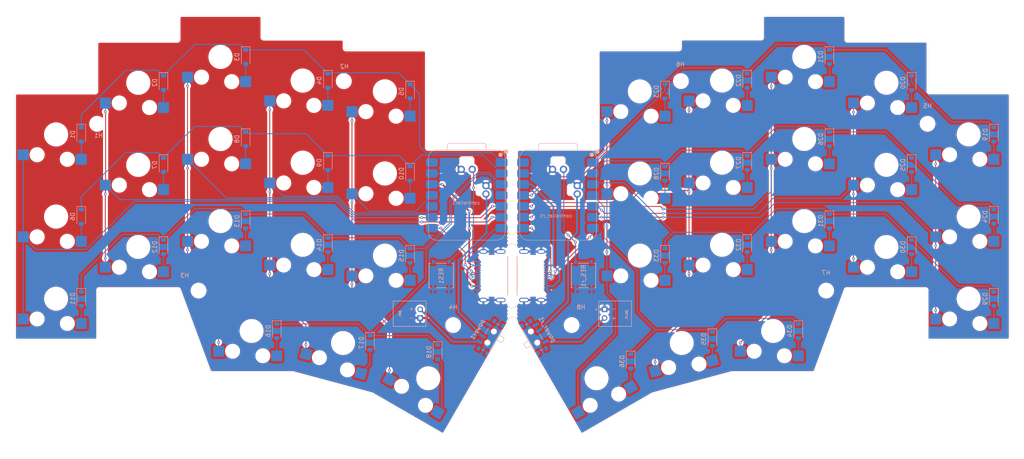
<source format=kicad_pcb>
(kicad_pcb (version 20241229) (generator "pcbnew") (generator_version "9.0")
  (layers (0 "F.Cu" signal) (2 "B.Cu" signal) (13 "F.Paste" user) (15 "B.Paste" user) (5 "F.SilkS" user "F.Silkscreen") (7 "B.SilkS" user "B.Silkscreen") (1 "F.Mask" user) (3 "B.Mask" user) (25 "Edge.Cuts" user))
  (net 0 "")
  (net 1 "battery+")
  (net 2 "battery+_r")
  (net 3 "GND")
  (net 4 "row0")
  (net 5 "col4")
  (net 6 "col0")
  (net 7 "col2")
  (net 8 "row1")
  (net 9 "row2")
  (net 11 "VCC")
  (net 12 "battery_switched")
  (net 13 "reset")
  (net 14 "row3")
  (net 15 "col3")
  (net 16 "col1")
  (net 17 "reset_r")
  (net 18 "row1_r")
  (net 19 "row3_r")
  (net 21 "col4_r")
  (net 22 "battery_switched_r")
  (net 24 "col2_r")
  (net 25 "row2_r")
  (net 26 "col0_r")
  (net 27 "col1_r")
  (net 28 "row0_r")
  (net 29 "VCC_r")
  (net 30 "col3_r")
  (net 31 "Net-(D1-A)")
  (net 32 "Net-(D2-A)")
  (net 33 "Net-(D3-A)")
  (net 34 "Net-(D4-A)")
  (net 35 "Net-(D5-A)")
  (net 36 "Net-(D6-A)")
  (net 37 "Net-(D7-A)")
  (net 38 "Net-(D8-A)")
  (net 39 "Net-(D9-A)")
  (net 40 "Net-(D10-A)")
  (net 41 "Net-(D11-A)")
  (net 42 "Net-(D12-A)")
  (net 43 "Net-(D13-A)")
  (net 44 "Net-(D14-A)")
  (net 45 "Net-(D15-A)")
  (net 46 "Net-(D16-A)")
  (net 47 "Net-(D17-A)")
  (net 48 "Net-(D18-A)")
  (net 49 "Net-(D19-A)")
  (net 50 "Net-(D20-A)")
  (net 51 "Net-(D21-A)")
  (net 52 "Net-(D22-A)")
  (net 53 "Net-(D23-A)")
  (net 54 "Net-(D24-A)")
  (net 55 "Net-(D25-A)")
  (net 56 "Net-(D26-A)")
  (net 57 "Net-(D27-A)")
  (net 58 "Net-(D28-A)")
  (net 59 "Net-(D29-A)")
  (net 60 "Net-(D30-A)")
  (net 61 "Net-(D31-A)")
  (net 62 "Net-(D32-A)")
  (net 63 "Net-(D33-A)")
  (net 64 "Net-(D34-A)")
  (net 65 "Net-(D35-A)")
  (net 66 "Net-(D36-A)")
  (net 68 "split_comms-")
  (net 69 "split_comms+")
  (net 70 "split_comms-_r")
  (net 71 "split_comms+_r")
  (net 76 "GND_r")
  (footprint "MountingHole:MountingHole_3.2mm_M3" (layer "F.Cu") (at 73.856059 114.922275)
    (property "Reference" "H3")
    (property "Value" "MountingHole")
  )
  (footprint "MountingHole:MountingHole_3.2mm_M3" (layer "F.Cu") (at 107.514 66.322275)
    (property "Reference" "H2")
    (property "Value" "MountingHole")
  )
  (footprint "MountingHole:MountingHole_3.2mm_M3" (layer "F.Cu") (at 160.301886 122.921948)
    (property "Reference" "H8")
    (property "Value" "MountingHole")
  )
  (footprint "MountingHole:MountingHole_3.2mm_M3" (layer "F.Cu") (at 242.793945 76.224673)
    (property "Reference" "H5")
    (property "Value" "MountingHole")
  )
  (footprint "MountingHole:MountingHole_3.2mm_M3" (layer "F.Cu") (at 50.364 76.225)
    (property "Reference" "H1")
    (property "Value" "MountingHole")
  )
  (footprint "MountingHole:MountingHole_3.2mm_M3" (layer "F.Cu") (at 132.856059 122.922275)
    (property "Reference" "H4")
    (property "Value" "MountingHole")
  )
  (footprint "Panelization:MouseBite-Slot_2.0x2.0mm_outset_D0.5mm_P0.85mm_3h" (layer "F.Cu") (at 147.579 120 90)
    (property "Reference" "REF**" (hide yes))
    (property "Value" "MouseBite-Slot_2.0x2.0mm_outset_D0.5mm_P0.85mm_3h" (hide yes))
    (fp_arc (start -2 -2) (mid -1 -1) (end -2 0) (stroke (width 0.1)) (layer "Edge.Cuts"))
    (fp_arc (start 2 0) (mid 1 -1) (end 2 -2) (stroke (width 0.1)) (layer "Edge.Cuts"))
  )
  (footprint "MountingHole:MountingHole_3.2mm_M3" (layer "F.Cu") (at 185.643945 66.321948)
    (property "Reference" "H6")
    (property "Value" "MountingHole")
  )
  (footprint "Panelization:MouseBite-Slot_2.0x2.0mm_outset_D0.5mm_P0.85mm_3h" (layer "F.Cu") (at 147.579 103 90)
    (property "Reference" "REF**" (hide yes))
    (property "Value" "MouseBite-Slot_2.0x2.0mm_outset_D0.5mm_P0.85mm_3h" (hide yes))
    (fp_arc (start -2 -2) (mid -1 -1) (end -2 0) (stroke (width 0.1)) (layer "Edge.Cuts"))
    (fp_arc (start 2 0) (mid 1 -1) (end 2 -2) (stroke (width 0.1)) (layer "Edge.Cuts"))
  )
  (footprint "MountingHole:MountingHole_3.2mm_M3" (layer "F.Cu") (at 219.301886 114.921948)
    (property "Reference" "H7")
    (property "Value" "MountingHole")
  )
  (footprint "Diode_SMD:D_SOD-123" (layer "B.Cu") (at 91.978 124.29 -90)
    (property "Reference" "D16")
    (property "Value" "1N4148W")
  )
  (footprint "jak:XIAO-nRF52840-SMD-underside" (layer "B.Cu") (at 157.11 92.8118 180)
    (property "Reference" "controller_r1")
    (property "Value" "XIAO-nRF52840-SMD")
    (fp_line (start 1.465 8.3185) (end 1.465 6.2785) (stroke (width 0.05)) (layer "Edge.Cuts"))
    (fp_line (start 0.965 5.7785) (end -1.075 5.7785) (stroke (width 0.05)) (layer "Edge.Cuts"))
    (fp_line (start -1.075 8.8185) (end 0.965 8.8185) (stroke (width 0.05)) (layer "Edge.Cuts"))
    (fp_line (start -1.575 6.2785) (end -1.575 8.3185) (stroke (width 0.05)) (layer "Edge.Cuts"))
    (fp_line (start -2.345 1.9685) (end -2.345 0.5635) (stroke (width 0.05)) (layer "Edge.Cuts"))
    (fp_line (start -2.845 0.0635) (end -4.25 0.0635) (stroke (width 0.05)) (layer "Edge.Cuts"))
    (fp_line (start -4.25 2.4685) (end -2.845 2.4685) (stroke (width 0.05)) (layer "Edge.Cuts"))
    (fp_line (start -4.75 0.5635) (end -4.75 1.9685) (stroke (width 0.05)) (layer "Edge.Cuts"))
    (fp_arc (start 1.465 8.3185) (mid 1.318553 8.672053) (end 0.965 8.8185) (stroke (width 0.05)) (layer "Edge.Cuts"))
    (fp_arc (start 0.965 5.7785) (mid 1.318553 5.924947) (end 1.465 6.2785) (stroke (width 0.05)) (layer "Edge.Cuts"))
    (fp_arc (start -1.075 8.8185) (mid -1.428553 8.672053) (end -1.575 8.3185) (stroke (width 0.05)) (layer "Edge.Cuts"))
    (fp_arc (start -1.575 6.2785) (mid -1.428553 5.924947) (end -1.075 5.7785) (stroke (width 0.05)) (layer "Edge.Cuts"))
    (fp_arc (start -2.345 1.9685) (mid -2.491447 2.322053) (end -2.845 2.4685) (stroke (width 0.05)) (layer "Edge.Cuts"))
    (fp_arc (start -2.845 0.0635) (mid -2.491447 0.209947) (end -2.345 0.5635) (stroke (width 0.05)) (layer "Edge.Cuts"))
    (fp_arc (start -4.25 2.4685) (mid -4.603553 2.322053) (end -4.75 1.9685) (stroke (width 0.05)) (layer "Edge.Cuts"))
    (fp_arc (start -4.75 0.5635) (mid -4.603553 0.209947) (end -4.25 0.0635) (stroke (width 0.05)) (layer "Edge.Cuts"))
  )
  (footprint "Gateron_KS33_Hotswap:Gateron-KS33-Hotswap-1U" (layer "B.Cu") (at 59.889 85.75 180)
    (property "Reference" "SW7")
    (property "Value" "SW_Push")
  )
  (footprint "Gateron_KS33_Hotswap:Gateron-KS33-Hotswap-1U" (layer "B.Cu") (at 127.077 135.259 150)
    (property "Reference" "SW18")
    (property "Value" "SW_Push")
  )
  (footprint "Diode_SMD:D_SOD-123" (layer "B.Cu") (at 181.956945 87.749673 -90)
    (property "Reference" "D28")
    (property "Value" "1N4148W")
  )
  (footprint "Gateron_KS33_Hotswap:Gateron-KS33-Hotswap-1U" (layer "B.Cu") (at 252.318945 97.749673 180)
    (property "Reference" "SW6_r1")
    (property "Value" "SW_Push")
  )
  (footprint "Diode_SMD:D_SOD-123" (layer "B.Cu") (at 181.956945 106.799673 -90)
    (property "Reference" "D33")
    (property "Value" "1N4148W")
  )
  (footprint "Diode_SMD:D_SOD-123" (layer "B.Cu") (at 220.056945 98.799673 -90)
    (property "Reference" "D31")
    (property "Value" "1N4148W")
  )
  (footprint "Diode_SMD:D_SOD-123" (layer "B.Cu") (at 65.727 104.8 -90)
    (property "Reference" "D12")
    (property "Value" "1N4148W")
  )
  (footprint "Diode_SMD:D_SOD-123" (layer "B.Cu") (at 239.106945 104.799673 -90)
    (property "Reference" "D30")
    (property "Value" "1N4148W")
  )
  (footprint "Gateron_KS33_Hotswap:Gateron-KS33-Hotswap-1U" (layer "B.Cu") (at 97.989 66.2 180)
    (property "Reference" "SW4")
    (property "Value" "SW_Push")
  )
  (footprint "Gateron_KS33_Hotswap:Gateron-KS33-Hotswap-1U" (layer "B.Cu") (at 195.168945 104.299673 180)
    (property "Reference" "SW14_r1")
    (property "Value" "SW_Push")
  )
  (footprint "Gateron_KS33_Hotswap:Gateron-KS33-Hotswap-1U" (layer "B.Cu") (at 207.017945 124.289673 180)
    (property "Reference" "SW16_r1")
    (property "Value" "SW_Push")
  )
  (footprint "Gateron_KS33_Hotswap:Gateron-KS33-Hotswap-1U" (layer "B.Cu") (at 176.118945 106.799673 180)
    (property "Reference" "SW15_r1")
    (property "Value" "SW_Push")
  )
  (footprint "Diode_SMD:D_SOD-123" (layer "B.Cu") (at 84.777 79.75 -90)
    (property "Reference" "D8")
    (property "Value" "1N4148W")
  )
  (footprint "jak:XIAO-nRF52840-SMD-underside" (layer "B.Cu") (at 135.9585 92.8118 180)
    (property "Reference" "controller1")
    (property "Value" "XIAO-nRF52840-SMD")
    (fp_line (start 1.465 8.3185) (end 1.465 6.2785) (stroke (width 0.05)) (layer "Edge.Cuts"))
    (fp_line (start 0.965 5.7785) (end -1.075 5.7785) (stroke (width 0.05)) (layer "Edge.Cuts"))
    (fp_line (start -1.075 8.8185) (end 0.965 8.8185) (stroke (width 0.05)) (layer "Edge.Cuts"))
    (fp_line (start -1.575 6.2785) (end -1.575 8.3185) (stroke (width 0.05)) (layer "Edge.Cuts"))
    (fp_line (start -2.345 1.9685) (end -2.345 0.5635) (stroke (width 0.05)) (layer "Edge.Cuts"))
    (fp_line (start -2.845 0.0635) (end -4.25 0.0635) (stroke (width 0.05)) (layer "Edge.Cuts"))
    (fp_line (start -4.25 2.4685) (end -2.845 2.4685) (stroke (width 0.05)) (layer "Edge.Cuts"))
    (fp_line (start -4.75 0.5635) (end -4.75 1.9685) (stroke (width 0.05)) (layer "Edge.Cuts"))
    (fp_arc (start 1.465 8.3185) (mid 1.318553 8.672053) (end 0.965 8.8185) (stroke (width 0.05)) (layer "Edge.Cuts"))
    (fp_arc (start 0.965 5.7785) (mid 1.318553 5.924947) (end 1.465 6.2785) (stroke (width 0.05)) (layer "Edge.Cuts"))
    (fp_arc (start -1.075 8.8185) (mid -1.428553 8.672053) (end -1.575 8.3185) (stroke (width 0.05)) (layer "Edge.Cuts"))
    (fp_arc (start -1.575 6.2785) (mid -1.428553 5.924947) (end -1.075 5.7785) (stroke (width 0.05)) (layer "Edge.Cuts"))
    (fp_arc (start -2.345 1.9685) (mid -2.491447 2.322053) (end -2.845 2.4685) (stroke (width 0.05)) (layer "Edge.Cuts"))
    (fp_arc (start -2.845 0.0635) (mid -2.491447 0.209947) (end -2.345 0.5635) (stroke (width 0.05)) (layer "Edge.Cuts"))
    (fp_arc (start -4.25 2.4685) (mid -4.603553 2.322053) (end -4.75 1.9685) (stroke (width 0.05)) (layer "Edge.Cuts"))
    (fp_arc (start -4.75 0.5635) (mid -4.603553 0.209947) (end -4.25 0.0635) (stroke (width 0.05)) (layer "Edge.Cuts"))
  )
  (footprint "Gateron_KS33_Hotswap:Gateron-KS33-Hotswap-1U" (layer "B.Cu") (at 233.268945 85.749673 180)
    (property "Reference" "SW7_r1")
    (property "Value" "SW_Push")
  )
  (footprint "USB4505-03-0-A_REVA:GCT_USB4505-03-0-A_REVA" (layer "B.Cu") (at 143.8789 111.487275 -90)
    (property "Reference" "split_connector1" (hide yes))
    (property "Value" "USB_C_Receptacle_USB2.0_14P")
    (fp_line (start -3.82 4.6) (end 3.82 4.6) (stroke (width 0.01)) (layer "Edge.Cuts"))
    (fp_line (start 4.62 4.6) (end 4.62 -1.6) (stroke (width 0.01)) (layer "Edge.Cuts"))
    (fp_line (start -6.52 -1.6) (end -4.62 -1.6) (stroke (width 0.01)) (layer "Edge.Cuts"))
    (fp_line (start -4.62 -1.6) (end -4.62 4.6) (stroke (width 0.01)) (layer "Edge.Cuts"))
    (fp_line (start 4.62 -1.6) (end 6.36 -1.6) (stroke (width 0.01)) (layer "Edge.Cuts"))
    (fp_arc (start -4.295 5) (mid -4.540343 4.86731) (end -4.62 4.6) (stroke (width 0.01)) (layer "Edge.Cuts"))
    (fp_arc (start 4.295 5) (mid 4.07451 4.92731) (end 3.97 4.72) (stroke (width 0.01)) (layer "Edge.Cuts"))
    (fp_arc (start -3.97 4.72) (mid -4.07451 4.92731) (end -4.295 5) (stroke (width 0.01)) (layer "Edge.Cuts"))
    (fp_arc (start -3.97 4.72) (mid -3.919853 4.628934) (end -3.82 4.6) (stroke (width 0.01)) (layer "Edge.Cuts"))
    (fp_arc (start 3.82 4.6) (mid 3.919853 4.628934) (end 3.97 4.72) (stroke (width 0.01)) (layer "Edge.Cuts"))
    (fp_arc (start 4.62 4.6) (mid 4.540343 4.86731) (end 4.295 5) (stroke (width 0.01)) (layer "Edge.Cuts"))
  )
  (footprint "Diode_SMD:D_SOD-123" (layer "B.Cu") (at 84.777 60.7 -90)
    (property "Reference" "D3")
    (property "Value" "1N4148W")
  )
  (footprint "Diode_SMD:D_SOD-123" (layer "B.Cu") (at 220.056945 79.749673 -90)
    (property "Reference" "D26")
    (property "Value" "1N4148W")
  )
  (footprint "Diode_SMD:D_SOD-123" (layer "B.Cu") (at 103.827 104.3 -90)
    (property "Reference" "D14")
    (property "Value" "1N4148W")
  )
  (footprint "Gateron_KS33_Hotswap:Gateron-KS33-Hotswap-1U" (layer "B.Cu") (at 117.039 87.75 180)
    (property "Reference" "SW10")
    (property "Value" "SW_Push")
  )
  (footprint "Button_Switch_SMD:SW_SPDT_PCM12" (layer "B.Cu") (at 151.894 125.535962 120)
    (property "Reference" "power_r1")
    (property "Value" "SW_SPDT")
  )
  (footprint "Diode_SMD:D_SOD-123" (layer "B.Cu") (at 258.156945 78.699673 -90)
    (property "Reference" "D19")
    (property "Value" "1N4148W")
  )
  (footprint "Diode_SMD:D_SOD-123" (layer "B.Cu") (at 46.677 78.7 -90)
    (property "Reference" "D1")
    (property "Value" "1N4148W")
  )
  (footprint "USB4505-03-0-A_REVA:GCT_USB4505-03-0-A_REVA" (layer "B.Cu") (at 149.279 111.487 90)
    (property "Reference" "split_connector_r1" (hide yes))
    (property "Value" "USB_C_Receptacle_USB2.0_14P" (hide yes))
    (fp_line (start 4.62 -1.6) (end 6.36 -1.6) (stroke (width 0.01)) (layer "Edge.Cuts"))
    (fp_line (start -4.62 -1.6) (end -4.62 4.6) (stroke (width 0.01)) (layer "Edge.Cuts"))
    (fp_line (start -6.52 -1.6) (end -4.62 -1.6) (stroke (width 0.01)) (layer "Edge.Cuts"))
    (fp_line (start 4.62 4.6) (end 4.62 -1.6) (stroke (width 0.01)) (layer "Edge.Cuts"))
    (fp_line (start -3.82 4.6) (end 3.82 4.6) (stroke (width 0.01)) (layer "Edge.Cuts"))
    (fp_arc (start 4.62 4.6) (mid 4.540343 4.86731) (end 4.295 5) (stroke (width 0.01)) (layer "Edge.Cuts"))
    (fp_arc (start 3.82 4.6) (mid 3.919853 4.628934) (end 3.97 4.72) (stroke (width 0.01)) (layer "Edge.Cuts"))
    (fp_arc (start -3.97 4.72) (mid -3.919853 4.628934) (end -3.82 4.6) (stroke (width 0.01)) (layer "Edge.Cuts"))
    (fp_arc (start -3.97 4.72) (mid -4.07451 4.92731) (end -4.295 5) (stroke (width 0.01)) (layer "Edge.Cuts"))
    (fp_arc (start 4.295 5) (mid 4.07451 4.92731) (end 3.97 4.72) (stroke (width 0.01)) (layer "Edge.Cuts"))
    (fp_arc (start -4.295 5) (mid -4.540343 4.86731) (end -4.62 4.6) (stroke (width 0.01)) (layer "Edge.Cuts"))
  )
  (footprint "Gateron_KS33_Hotswap:Gateron-KS33-Hotswap-1U" (layer "B.Cu") (at 117.039 68.7 180)
    (property "Reference" "SW5")
    (property "Value" "SW_Push")
  )
  (footprint "Gateron_KS33_Hotswap:Gateron-KS33-Hotswap-1U" (layer "B.Cu") (at 78.939 98.8 180)
    (property "Reference" "SW13")
    (property "Value" "SW_Push")
  )
  (footprint "Diode_SMD:D_SOD-123" (layer "B.Cu") (at 212.855945 124.289673 -90)
    (property "Reference" "D34")
    (property "Value" "1N4148W")
  )
  (footprint "Gateron_KS33_Hotswap:Gateron-KS33-Hotswap-1U" (layer "B.Cu") (at 78.939 60.7 180)
    (property "Reference" "SW3")
    (property "Value" "SW_Push")
  )
  (footprint "Gateron_KS33_Hotswap:Gateron-KS33-Hotswap-1U" (layer "B.Cu") (at 185.826945 127.079673 -165)
    (property "Reference" "SW17_r1")
    (property "Value" "SW_Push")
  )
  (footprint "footprints:SON4_PTS526 SM15 SMTR2 LFS_CNK" (layer "B.Cu") (at 163.068999 111.422275 90)
    (property "Reference" "RES_r1")
    (property "Value" "PTS526 SM15 SMTR2 LFS")
  )
  (footprint "Gateron_KS33_Hotswap:Gateron-KS33-Hotswap-1U" (layer "B.Cu") (at 252.318945 116.799673 180)
    (property "Reference" "SW11_r1")
    (property "Value" "SW_Push")
  )
  (footprint "Diode_SMD:D_SOD-123" (layer "B.Cu") (at 122.877 87.75 -90)
    (property "Reference" "D10")
    (property "Value" "1N4148W")
  )
  (footprint "Diode_SMD:D_SOD-123" (layer "B.Cu") (at 201.006945 85.249673 -90)
    (property "Reference" "D27")
    (property "Value" "1N4148W")
  )
  (footprint "Diode_SMD:D_SOD-123" (layer "B.Cu") (at 122.877 68.7 -90)
    (property "Reference" "D5")
    (property "Value" "1N4148W")
  )
  (footprint "Gateron_KS33_Hotswap:Gateron-KS33-Hotswap-1U" (layer "B.Cu") (at 59.889 104.8 180)
    (property "Reference" "SW12")
    (property "Value" "SW_Push")
  )
  (footprint "Diode_SMD:D_SOD-123" (layer "B.Cu") (at 220.056945 60.699673 -90)
    (property "Reference" "D21")
    (property "Value" "1N4148W")
  )
  (footprint "Gateron_KS33_Hotswap:Gateron-KS33-Hotswap-1U" (layer "B.Cu") (at 86.14 124.29 180)
    (property "Reference" "SW16")
    (property "Value" "SW_Push")
  )
  (footprint "Diode_SMD:D_SOD-123" (layer "B.Cu") (at 103.827 66.2 -90)
    (property "Reference" "D4")
    (property "Value" "1N4148W")
  )
  (footprint "Diode_SMD:D_SOD-123" (layer "B.Cu") (at 181.956945 68.699673 -90)
    (property "Reference" "D23")
    (property "Value" "1N4148W")
  )
  (footprint "Gateron_KS33_Hotswap:Gateron-KS33-Hotswap-1U" (layer "B.Cu") (at 214.218945 60.699673 180)
    (property "Reference" "SW3_r1")
    (property "Value" "SW_Push")
  )
  (footprint "Gateron_KS33_Hotswap:Gateron-KS33-Hotswap-1U" (layer "B.Cu") (at 117.039 106.8 180)
    (property "Reference" "SW15")
    (property "Value" "SW_Push")
  )
  (footprint "Gateron_KS33_Hotswap:Gateron-KS33-Hotswap-1U" (layer "B.Cu") (at 176.118945 68.699673 180)
    (property "Reference" "SW5_r1")
    (property "Value" "SW_Push")
  )
  (footprint "footprints:SON4_PTS526 SM15 SMTR2 LFS_CNK" (layer "B.Cu") (at 130.089 111.422275 -90)
    (property "Reference" "RES1")
    (property "Value" "PTS526 SM15 SMTR2 LFS")
  )
  (footprint "Diode_SMD:D_SOD-123" (layer "B.Cu") (at 84.777 98.8 -90)
    (property "Reference" "D13")
    (property "Value" "1N4148W")
  )
  (footprint "Gateron_KS33_Hotswap:Gateron-KS33-Hotswap-1U" (layer "B.Cu") (at 40.839 116.8 180)
    (property "Reference" "SW11")
    (property "Value" "SW_Push")
  )
  (footprint "Gateron_KS33_Hotswap:Gateron-KS33-Hotswap-1U" (layer "B.Cu") (at 59.889 66.7 180)
    (property "Reference" "SW2")
    (property "Value" "SW_Push")
  )
  (footprint "Diode_SMD:D_SOD-123" (layer "B.Cu") (at 258.156945 116.799673 -90)
    (property "Reference" "D29")
    (property "Value" "1N4148W")
  )
  (footprint "Gateron_KS33_Hotswap:Gateron-KS33-Hotswap-1U" (layer "B.Cu") (at 233.268945 104.799673 180)
    (property "Reference" "SW12_r1")
    (property "Value" "SW_Push")
  )
  (footprint "Gateron_KS33_Hotswap:Gateron-KS33-Hotswap-1U" (layer "B.Cu") (at 195.168945 85.249673 180)
    (property "Reference" "SW9_r1")
    (property "Value" "SW_Push")
  )
  (footprint "Diode_SMD:D_SOD-123" (layer "B.Cu") (at 258.156945 97.749673 -90)
    (property "Reference" "D24")
    (property "Value" "1N4148W")
  )
  (footprint "Gateron_KS33_Hotswap:Gateron-KS33-Hotswap-1U" (layer "B.Cu") (at 97.989 85.25 180)
    (property "Reference" "SW9")
    (property "Value" "SW_Push")
  )
  (footprint "Gateron_KS33_Hotswap:Gateron-KS33-Hotswap-1U" (layer "B.Cu") (at 78.939 79.75 180)
    (property "Reference" "SW8")
    (property "Value" "SW_Push")
  )
  (footprint "Diode_SMD:D_SOD-123" (layer "B.Cu") (at 174.010944 131.319673 -90)
    (property "Reference" "D36")
    (property "Value" "1N4148W")
  )
  (footprint "Gateron_KS33_Hotswap:Gateron-KS33-Hotswap-1U" (layer "B.Cu") (at 214.218945 98.799673 180)
    (property "Reference" "SW13_r1")
    (property "Value" "SW_Push")
  )
  (footprint "S2B-PH-K-S_LF__SN_:JST_S2B-PH-K-S_LF__SN_" (layer "B.Cu") (at 167.944 120.275 -90)
    (property "Reference" "jst_r1")
    (property "Value" "S2B-PH-K-S_LF__SN_")
  )
  (footprint "Gateron_KS33_Hotswap:Gateron-KS33-Hotswap-1U" (layer "B.Cu") (at 107.331 127.08 165)
    (property "Reference" "SW17")
    (property "Value" "SW_Push")
  )
  (footprint "Diode_SMD:D_SOD-123" (layer "B.Cu") (at 201.006945 104.299673 -90)
    (property "Reference" "D32")
    (property "Value" "1N4148W")
  )
  (footprint "Gateron_KS33_Hotswap:Gateron-KS33-Hotswap-1U" (layer "B.Cu") (at 40.839 97.75 180)
    (property "Reference" "SW6")
    (property "Value" "SW_Push")
  )
  (footprint "Gateron_KS33_Hotswap:Gateron-KS33-Hotswap-1U" (layer "B.Cu") (at 166.080521 135.258777 -150)
    (property "Reference" "SW18_r1")
    (property "Value" "SW_Push")
  )
  (footprint "Diode_SMD:D_SOD-123" (layer "B.Cu") (at 113.589 127 -90)
    (property "Reference" "D17")
    (property "Value" "1N4148W")
  )
  (footprint "Button_Switch_SMD:SW_SPDT_PCM12" (layer "B.Cu") (at 141.264 125.535962 -120)
    (property "Reference" "power1")
    (property "Value" "SW_SPDT")
  )
  (footprint "Diode_SMD:D_SOD-123" (layer "B.Cu") (at 65.727 66.7 -90)
    (property "Reference" "D2")
    (property "Value" "1N4148W")
  )
  (footprint "Diode_SMD:D_SOD-123" (layer "B.Cu") (at 122.877 106.8 -90)
    (property "Reference" "D15")
    (property "Value" "1N4148W")
  )
  (footprint "Gateron_KS33_Hotswap:Gateron-KS33-Hotswap-1U" (layer "B.Cu") (at 214.218945 79.749673 180)
    (property "Reference" "SW8_r1")
    (property "Value" "SW_Push")
  )
  (footprint "S2B-PH-K-S_LF__SN_:JST_S2B-PH-K-S_LF__SN_" (layer "B.Cu") (at 125.2145 120.275 90)
    (property "Reference" "jst1")
    (property "Value" "Conn_01x02")
  )
  (footprint "Diode_SMD:D_SOD-123" (layer "B.Cu") (at 192.953747 126.12289 -90)
    (property "Reference" "D35")
    (property "Value" "1N4148W")
  )
  (footprint "Gateron_KS33_Hotswap:Gateron-KS33-Hotswap-1U" (layer "B.Cu") (at 252.318945 78.699673 180)
    (property "Reference" "SW1_r1")
    (property "Value" "SW_Push")
  )
  (footprint "Diode_SMD:D_SOD-123" (layer "B.Cu") (at 46.677 97.75 -90)
    (property "Reference" "D6")
    (property "Value" "1N4148W")
  )
  (footprint "Diode_SMD:D_SOD-123" (layer "B.Cu") (at 129.257424 129.157397 -90)
    (property "Reference" "D18")
    (property "Value" "1N4148W")
  )
  (footprint "Gateron_KS33_Hotswap:Gateron-KS33-Hotswap-1U" (layer "B.Cu") (at 40.839 78.7 180)
    (property "Reference" "SW1")
    (property "Value" "SW_Push")
  )
  (footprint "Diode_SMD:D_SOD-123" (layer "B.Cu") (at 103.827 85.25 -90)
    (property "Reference" "D9")
    (property "Value" "1N4148W")
  )
  (footprint "Diode_SMD:D_SOD-123" (layer "B.Cu") (at 239.106945 66.699673 -90)
    (property "Reference" "D20")
    (property "Value" "1N4148W")
  )
  (footprint "Gateron_KS33_Hotswap:Gateron-KS33-Hotswap-1U" (layer "B.Cu") (at 97.989 104.3 180)
    (property "Reference" "SW14")
    (property "Value" "SW_Push")
  )
  (footprint "Diode_SMD:D_SOD-123" (layer "B.Cu") (at 65.727 85.75 -90)
    (property "Reference" "D7")
    (property "Value" "1N4148W")
  )
  (footprint "Diode_SMD:D_SOD-123" (layer "B.Cu") (at 239.106945 85.749673 -90)
    (property "Reference" "D25")
    (property "Value" "1N4148W")
  )
  (footprint "Gateron_KS33_Hotswap:Gateron-KS33-Hotswap-1U" (layer "B.Cu") (at 195.168945 66.199673 180)
    (property "Reference" "SW4_r1")
    (property "Value" "SW_Push")
  )
  (footprint "Gateron_KS33_Hotswap:Gateron-KS33-Hotswap-1U" (layer "B.Cu") (at 233.268945 66.699673 180)
    (property "Reference" "SW2_r1")
    (property "Value" "SW_Push")
  )
  (footprint "Gateron_KS33_Hotswap:Gateron-KS33-Hotswap-1U" (layer "B.Cu") (at 176.118945 87.749673 180)
    (property "Reference" "SW10_r1")
    (property "Value" "SW_Push")
  )
  (footprint "Diode_SMD:D_SOD-123" (layer "B.Cu") (at 46.677 116.8 -90)
    (property "Reference" "D11")
    (property "Value" "1N4148W")
  )
  (footprint "Diode_SMD:D_SOD-123" (layer "B.Cu") (at 201.006945 66.199673 -90)
    (property "Reference" "D22")
    (property "Value" "1N4148W")
  )
  (gr_arc (start 243.293945 126.324673) (mid 242.940372 126.178241) (end 242.793945 125.824673) (stroke (width 0.05)) (layer "Edge.Cuts"))
  (gr_line (start 261.843945 125.824673) (end 261.843945 69.674673) (stroke (width 0.05)) (layer "Edge.Cuts"))
  (gr_arc (start 147.745988 122.551599) (mid 147.696037 122.431008) (end 147.679 122.301598) (stroke (width 0.05)) (layer "Edge.Cuts"))
  (gr_arc (start 224.243945 57.174673) (mid 223.890372 57.028241) (end 223.743945 56.674673) (stroke (width 0.05)) (layer "Edge.Cuts"))
  (gr_arc (start 185.643945 57.174673) (mid 185.790433 56.821182) (end 186.143945 56.674673) (stroke (width 0.05)) (layer "Edge.Cuts"))
  (gr_line (start 107.514 57.175) (end 107.514 58.675) (stroke (width 0.05)) (layer "Edge.Cuts"))
  (gr_arc (start 223.623234 114.651387) (mid 223.806451 114.414394) (end 224.092245 114.324673) (stroke (width 0.05)) (layer "Edge.Cuts"))
  (gr_line (start 204.193945 56.674673) (end 186.143945 56.674673) (stroke (width 0.05)) (layer "Edge.Cuts"))
  (gr_arc (start 130.81339 147.837383) (mid 130.509786 148.070354) (end 130.130381 148.020397) (stroke (width 0.05)) (layer "Edge.Cuts"))
  (gr_line (start 147.679 122.301598) (end 147.679 122) (stroke (width 0.05)) (layer "Edge.Cuts"))
  (gr_arc (start 50.364 114.825) (mid 50.51044 114.471445) (end 50.864 114.325) (stroke (width 0.05)) (layer "Edge.Cuts"))
  (gr_arc (start 69.414 51.675) (mid 69.56044 51.321445) (end 69.914 51.175) (stroke (width 0.05)) (layer "Edge.Cuts"))
  (gr_arc (start 76.963296 133.815004) (mid 76.677473 133.725312) (end 76.49429 133.48829) (stroke (width 0.05)) (layer "Edge.Cuts"))
  (gr_line (start 49.864 126.325) (end 31.814 126.325) (stroke (width 0.05)) (layer "Edge.Cuts"))
  (gr_arc (start 163.027564 148.02007) (mid 162.648174 148.070002) (end 162.344555 147.837056) (stroke (width 0.05)) (layer "Edge.Cuts"))
  (gr_line (start 204.693945 51.674673) (end 204.693945 56.174673) (stroke (width 0.05)) (layer "Edge.Cuts"))
  (gr_arc (start 126.064 59.175) (mid 126.417553 59.321457) (end 126.564 59.675) (stroke (width 0.05)) (layer "Edge.Cuts"))
  (gr_line (start 242.793945 68.674673) (end 242.793945 57.674673) (stroke (width 0.05)) (layer "Edge.Cuts"))
  (gr_arc (start 216.663655 133.487963) (mid 216.480439 133.724934) (end 216.194649 133.814677) (stroke (width 0.05)) (layer "Edge.Cuts"))
  (gr_arc (start 204.693945 56.174673) (mid 204.54754 56.528289) (end 204.193945 56.674673) (stroke (width 0.05)) (layer "Edge.Cuts"))
  (gr_arc (start 108.014 59.175) (mid 107.660447 59.028563) (end 107.514 58.675) (stroke (width 0.05)) (layer "Edge.Cuts"))
  (gr_arc (start 87.964 51.175) (mid 88.317553 51.321457) (end 88.464 51.675) (stroke (width 0.05)) (layer "Edge.Cuts"))
  (gr_arc (start 242.293945 114.324673) (mid 242.647479 114.471134) (end 242.793945 114.824673) (stroke (width 0.05)) (layer "Edge.Cuts"))
  (gr_line (start 69.0657 114.325) (end 50.864 114.325) (stroke (width 0.05)) (layer "Edge.Cuts"))
  (gr_arc (start 185.643945 58.674673) (mid 185.49754 59.028289) (end 185.143945 59.174673) (stroke (width 0.05)) (layer "Edge.Cuts"))
  (gr_arc (start 114.001953 138.728482) (mid 114.063885 138.749502) (end 114.122541 138.778431) (stroke (width 0.05)) (layer "Edge.Cuts"))
  (gr_line (start 114.001953 138.728482) (end 95.728885 133.832228) (stroke (width 0.05)) (layer "Edge.Cuts"))
  (gr_line (start 69.914 51.175) (end 87.964 51.175) (stroke (width 0.05)) (layer "Edge.Cuts"))
  (gr_line (start 147.678945 101) (end 147.579 101) (stroke (width 0.05)) (layer "Edge.Cuts"))
  (gr_line (start 49.864 69.175) (end 31.814 69.175) (stroke (width 0.05)) (layer "Edge.Cuts"))
  (gr_line (start 147.679 105) (end 147.579 105) (stroke (width 0.05)) (layer "Edge.Cuts"))
  (gr_line (start 185.643945 57.174673) (end 185.643945 58.674673) (stroke (width 0.05)) (layer "Edge.Cuts"))
  (gr_arc (start 107.014 56.675) (mid 107.367553 56.821457) (end 107.514 57.175) (stroke (width 0.05)) (layer "Edge.Cuts"))
  (gr_arc (start 127.064 82.2748) (mid 126.710447 82.128353) (end 126.564 81.7748) (stroke (width 0.05)) (layer "Edge.Cuts"))
  (gr_arc (start 261.843945 125.824673) (mid 261.69754 126.178289) (end 261.343945 126.324673) (stroke (width 0.05)) (layer "Edge.Cuts"))
  (gr_arc (start 243.293945 69.174673) (mid 242.940372 69.028241) (end 242.793945 68.674673) (stroke (width 0.05)) (layer "Edge.Cuts"))
  (gr_arc (start 31.314 69.675) (mid 31.46044 69.321445) (end 31.814 69.175) (stroke (width 0.05)) (layer "Edge.Cuts"))
  (gr_line (start 224.092245 114.324673) (end 242.293945 114.324673) (stroke (width 0.05)) (layer "Edge.Cuts"))
  (gr_arc (start 50.364 68.675) (mid 50.217547 69.028552) (end 49.864 69.175) (stroke (width 0.05)) (layer "Edge.Cuts"))
  (gr_line (start 185.143945 59.174673) (end 167.093945 59.174673) (stroke (width 0.05)) (layer "Edge.Cuts"))
  (gr_line (start 145.4789 122.301999) (end 145.4789 122) (stroke (width 0.05)) (layer "Edge.Cuts"))
  (gr_arc (start 50.364 57.675) (mid 50.51044 57.321445) (end 50.864 57.175) (stroke (width 0.05)) (layer "Edge.Cuts"))
  (gr_arc (start 69.414 56.675) (mid 69.267547 57.028552) (end 68.914 57.175) (stroke (width 0.05)) (layer "Edge.Cuts"))
  (gr_arc (start 242.293945 57.174673) (mid 242.647479 57.321134) (end 242.793945 57.674673) (stroke (width 0.05)) (layer "Edge.Cuts"))
  (gr_arc (start 166.593945 81.7748) (mid 166.447498 82.128353) (end 166.093945 82.2748) (stroke (width 0.05)) (layer "Edge.Cuts"))
  (gr_arc (start 147.678945 82.7748) (mid 147.825394 82.421263) (end 148.178945 82.2748) (stroke (width 0.05)) (layer "Edge.Cuts"))
  (gr_arc (start 223.243945 51.174673) (mid 223.597479 51.321134) (end 223.743945 51.674673) (stroke (width 0.05)) (layer "Edge.Cuts"))
  (gr_line (start 243.293945 126.324673) (end 261.343945 126.324673) (stroke (width 0.05)) (layer "Edge.Cuts"))
  (gr_line (start 130.130381 148.020397) (end 114.122541 138.778431) (stroke (width 0.05)) (layer "Edge.Cuts"))
  (gr_line (start 145.4789 117.847275) (end 145.4789 118) (stroke (width 0.05)) (layer "Edge.Cuts"))
  (gr_line (start 147.679 105.127) (end 147.679 105) (stroke (width 0.05)) (layer "Edge.Cuts"))
  (gr_line (start 127.064 82.2748) (end 144.979 82.2748) (stroke (width 0.05)) (layer "Edge.Cuts"))
  (gr_line (start 162.344555 147.836934) (end 147.745988 122.551599) (stroke (width 0.05)) (layer "Edge.Cuts"))
  (gr_arc (start 69.0657 114.325) (mid 69.351509 114.41473) (end 69.534711 114.651714) (stroke (width 0.05)) (layer "Edge.Cuts"))
  (gr_line (start 197.558464 133.814864) (end 216.194649 133.814677) (stroke (width 0.05)) (layer "Edge.Cuts"))
  (gr_line (start 223.243945 51.174673) (end 205.193945 51.174673) (stroke (width 0.05)) (layer "Edge.Cuts"))
  (gr_line (start 31.314 125.825) (end 31.314 69.675) (stroke (width 0.05)) (layer "Edge.Cuts"))
  (gr_arc (start 179.035404 138.778104) (mid 179.094061 138.749177) (end 179.155992 138.728155) (stroke (width 0.05)) (layer "Edge.Cuts"))
  (gr_line (start 147.579 118) (end 147.679 118.007) (stroke (width 0.05)) (layer "Edge.Cuts"))
  (gr_arc (start 261.343945 69.174673) (mid 261.697479 69.321134) (end 261.843945 69.674673) (stroke (width 0.05)) (layer "Edge.Cuts"))
  (gr_arc (start 197.42906 133.831901) (mid 197.493204 133.819146) (end 197.558464 133.814864) (stroke (width 0.05)) (layer "Edge.Cuts"))
  (gr_arc (start 204.693945 51.674673) (mid 204.840404 51.321153) (end 205.193945 51.174673) (stroke (width 0.05)) (layer "Edge.Cuts"))
  (gr_line (start 145.479 82.7748) (end 145.479 101) (stroke (width 0.05)) (layer "Edge.Cuts"))
  (gr_line (start 145.579 122) (end 145.4789 122) (stroke (width 0.05)) (layer "Edge.Cuts"))
  (gr_line (start 242.793945 114.824673) (end 242.793945 125.824673) (stroke (width 0.05)) (layer "Edge.Cuts"))
  (gr_line (start 130.81339 147.837383) (end 145.411913 122.551999) (stroke (width 0.05)) (layer "Edge.Cuts"))
  (gr_line (start 76.49429 133.48829) (end 69.534711 114.651714) (stroke (width 0.05)) (layer "Edge.Cuts"))
  (gr_line (start 147.579 122) (end 147.679 122) (stroke (width 0.05)) (layer "Edge.Cuts"))
  (gr_line (start 261.343945 69.174673) (end 243.293945 69.174673) (stroke (width 0.05)) (layer "Edge.Cuts"))
  (gr_line (start 126.564 59.675) (end 126.564 81.7748) (stroke (width 0.05)) (layer "Edge.Cuts"))
  (gr_line (start 108.014 59.175) (end 126.064 59.175) (stroke (width 0.05)) (layer "Edge.Cuts"))
  (gr_line (start 95.599481 133.815191) (end 76.963296 133.815004) (stroke (width 0.05)) (layer "Edge.Cuts"))
  (gr_line (start 242.293945 57.174673) (end 224.243945 57.174673) (stroke (width 0.05)) (layer "Edge.Cuts"))
  (gr_line (start 50.364 114.825) (end 50.364 125.825) (stroke (width 0.05)) (layer "Edge.Cuts"))
  (gr_line (start 163.027564 148.02007) (end 179.035404 138.778104) (stroke (width 0.05)) (layer "Edge.Cuts"))
  (gr_line (start 145.4789 118) (end 145.579 118) (stroke (width 0.05)) (layer "Edge.Cuts"))
  (gr_arc (start 88.964 56.675) (mid 88.610447 56.528563) (end 88.464 56.175) (stroke (width 0.05)) (layer "Edge.Cuts"))
  (gr_line (start 145.579 105) (end 145.4789 104.967275) (stroke (width 0.05)) (layer "Edge.Cuts"))
  (gr_line (start 69.414 56.675) (end 69.414 51.675) (stroke (width 0.05)) (layer "Edge.Cuts"))
  (gr_line (start 145.479 101) (end 145.579 101) (stroke (width 0.05)) (layer "Edge.Cuts"))
  (gr_arc (start 166.593945 59.674673) (mid 166.740433 59.321182) (end 167.093945 59.174673) (stroke (width 0.05)) (layer "Edge.Cuts"))
  (gr_arc (start 95.599481 133.815191) (mid 95.664742 133.819469) (end 95.728885 133.832228) (stroke (width 0.05)) (layer "Edge.Cuts"))
  (gr_line (start 50.364 68.675) (end 50.364 57.675) (stroke (width 0.05)) (layer "Edge.Cuts"))
  (gr_line (start 166.593945 59.674673) (end 166.593945 81.7748) (stroke (width 0.05)) (layer "Edge.Cuts"))
  (gr_line (start 223.743945 56.674673) (end 223.743945 51.674673) (stroke (width 0.05)) (layer "Edge.Cuts"))
  (gr_arc (start 50.364 125.825) (mid 50.217547 126.178552) (end 49.864 126.325) (stroke (width 0.05)) (layer "Edge.Cuts"))
  (gr_arc (start 31.814 126.325) (mid 31.460447 126.178563) (end 31.314 125.825) (stroke (width 0.05)) (layer "Edge.Cuts"))
  (gr_line (start 216.663655 133.487963) (end 223.623234 114.651387) (stroke (width 0.05)) (layer "Edge.Cuts"))
  (gr_line (start 147.678945 82.7748) (end 147.678945 101) (stroke (width 0.05)) (layer "Edge.Cuts"))
  (gr_arc (start 144.979 82.2748) (mid 145.332553 82.421247) (end 145.479 82.7748) (stroke (width 0.05)) (layer "Edge.Cuts"))
  (gr_line (start 179.155992 138.728155) (end 197.42906 133.831901) (stroke (width 0.05)) (layer "Edge.Cuts"))
  (gr_arc (start 145.4789 122.301999) (mid 145.461863 122.431409) (end 145.411913 122.551999) (stroke (width 0.05)) (layer "Edge.Cuts"))
  (gr_line (start 88.964 56.675) (end 107.014 56.675) (stroke (width 0.05)) (layer "Edge.Cuts"))
  (gr_line (start 50.864 57.175) (end 68.914 57.175) (stroke (width 0.05)) (layer "Edge.Cuts"))
  (gr_line (start 88.464 51.675) (end 88.464 56.175) (stroke (width 0.05)) (layer "Edge.Cuts"))
  (gr_line (start 166.093945 82.2748) (end 148.178945 82.2748) (stroke (width 0.05)) (layer "Edge.Cuts"))
  (gr_text "-" (at 169.403119 118.717165 180) (layer "B.SilkS") (effects (font (size 1 1) (thickness 0.1)) (justify left bottom mirror)))
  (gr_text "+" (at 123.880283 119.687203 0) (layer "B.SilkS") (effects (font (size 1 1) (thickness 0.1)) (justify left bottom mirror)))
  (gr_text "+" (at 169.455695 120.859616 180) (layer "B.SilkS") (effects (font (size 1 1) (thickness 0.1)) (justify left bottom mirror)))
  (gr_text "-" (at 123.932859 121.829654 0) (layer "B.SilkS") (effects (font (size 1 1) (thickness 0.1)) (justify left bottom mirror)))
  (segment (start 138.900584 126.769519) (end 132.709019 126.769519) (width 0.4) (layer "B.Cu") (net 1))
  (segment (start 132.709019 126.769519) (end 125.2145 119.275) (width 0.4) (layer "B.Cu") (net 1))
  (segment (start 167.944 121.275) (end 162.449481 126.769519) (width 0.4) (layer "B.Cu") (net 2))
  (segment (start 162.449481 126.769519) (end 154.257416 126.769519) (width 0.4) (layer "B.Cu") (net 2))
  (via (at 130.089 87.7318) (size 0.6) (drill 0.3) (layers "F.Cu" "B.Cu") (net 3))
  (segment (start 138.7054 105.867275) (end 138.016686 106.555989) (width 0.4) (layer "B.Cu") (net 3))
  (segment (start 130.089 87.7318) (end 127.9035 87.7318) (width 0.4) (layer "B.Cu") (net 3))
  (segment (start 139.4679 105.867275) (end 138.7054 105.867275) (width 0.4) (layer "B.Cu") (net 3))
  (segment (start 139.196275 117.107275) (end 138.425963 116.336963) (width 0.4) (layer "B.Cu") (net 3))
  (segment (start 138.016686 107.986061) (end 138.3179 108.287275) (width 0.4) (layer "B.Cu") (net 3))
  (segment (start 139.8789 117.107275) (end 139.196275 117.107275) (width 0.4) (layer "B.Cu") (net 3))
  (segment (start 138.425963 114.990212) (end 138.7289 114.687275) (width 0.4) (layer "B.Cu") (net 3))
  (segment (start 138.425963 116.336963) (end 138.425963 114.990212) (width 0.4) (layer "B.Cu") (net 3))
  (segment (start 138.016686 106.555989) (end 138.016686 107.986061) (width 0.4) (layer "B.Cu") (net 3))
  (segment (start 125.089 69.262) (end 125.089 81.5) (width 0.2) (layer "B.Cu") (net 4))
  (segment (start 56.988436 63.799) (end 64.476 63.799) (width 0.2) (layer "B.Cu") (net 4))
  (segment (start 84.777 59.05) (end 98.327 59.05) (width 0.2) (layer "B.Cu") (net 4))
  (segment (start 126.589 83) (end 141.8767 83) (width 0.2) (layer "B.Cu") (net 4))
  (segment (start 122.877 67.05) (end 125.089 69.262) (width 0.2) (layer "B.Cu") (net 4))
  (segment (start 141.8767 83) (end 144.0685 85.1918) (width 0.2) (layer "B.Cu") (net 4))
  (segment (start 98.327 59.05) (end 103.827 64.55) (width 0.2) (layer "B.Cu") (net 4))
  (segment (start 65.727 65.05) (end 72.978 57.799) (width 0.2) (layer "B.Cu") (net 4))
  (segment (start 46.677 77.05) (end 46.677 74.110436) (width 0.2) (layer "B.Cu") (net 4))
  (segment (start 46.677 74.110436) (end 56.988436 63.799) (width 0.2) (layer "B.Cu") (net 4))
  (segment (start 104.005725 64.371275) (end 120.198275 64.371275) (width 0.2) (layer "B.Cu") (net 4))
  (segment (start 120.198275 64.371275) (end 122.877 67.05) (width 0.2) (layer "B.Cu") (net 4))
  (segment (start 125.089 81.5) (end 126.589 83) (width 0.2) (layer "B.Cu") (net 4))
  (segment (start 83.526 57.799) (end 84.777 59.05) (width 0.2) (layer "B.Cu") (net 4))
  (segment (start 64.476 63.799) (end 65.727 65.05) (width 0.2) (layer "B.Cu") (net 4))
  (segment (start 103.827 64.55) (end 104.005725 64.371275) (width 0.2) (layer "B.Cu") (net 4))
  (segment (start 72.978 57.799) (end 83.526 57.799) (width 0.2) (layer "B.Cu") (net 4))
  (segment (start 109.4015 113.5) (end 109.4015 114.579116) (width 0.2) (layer "F.Cu") (net 5))
  (segment (start 109.4015 114.579116) (end 118.11273 123.290346) (width 0.2) (layer "F.Cu") (net 5))
  (segment (start 109.4015 113.5) (end 109.4015 75.422275) (width 0.2) (layer "F.Cu") (net 5))
  (segment (start 118.11273 123.290346) (end 118.11273 133.422275) (width 0.2) (layer "F.Cu") (net 5))
  (via (at 118.11273 133.422275) (size 0.6) (drill 0.3) (layers "F.Cu" "B.Cu") (net 5))
  (via (at 109.4015 94.5) (size 0.6) (drill 0.3) (layers "F.Cu" "B.Cu") (net 5))
  (via (at 109.4015 113.5) (size 0.6) (drill 0.3) (layers "F.Cu" "B.Cu") (net 5))
  (via (at 109.4015 75.422275) (size 0.6) (drill 0.3) (layers "F.Cu" "B.Cu") (net 5))
  (segment (start 109.4015 111.5) (end 109.4015 113.5) (width 0.2) (layer "B.Cu") (net 5))
  (segment (start 109.4015 73.4) (end 109.4015 75.422275) (width 0.2) (layer "B.Cu") (net 5))
  (segment (start 109.4015 92.45) (end 109.4015 94.5) (width 0.2) (layer "B.Cu") (net 5))
  (segment (start 113.4515 96.5) (end 124.2153 96.5) (width 0.2) (layer "B.Cu") (net 5))
  (segment (start 109.4015 92.45) (end 113.4515 96.5) (width 0.2) (layer "B.Cu") (net 5))
  (segment (start 124.2153 96.5) (end 127.9035 92.8118) (width 0.2) (layer "B.Cu") (net 5))
  (segment (start 118.11273 133.422275) (end 118.11273 135.51057) (width 0.2) (layer "B.Cu") (net 5))
  (segment (start 125.589 99) (end 140.789 99) (width 0.2) (layer "F.Cu") (net 6))
  (segment (start 140.789 99) (end 141.8972 97.8918) (width 0.2) (layer "F.Cu") (net 6))
  (via (at 141.8972 97.8918) (size 0.6) (drill 0.3) (layers "F.Cu" "B.Cu") (net 6))
  (via (at 125.589 99) (size 0.6) (drill 0.3) (layers "F.Cu" "B.Cu") (net 6))
  (segment (start 33.2015 102.45) (end 33.2015 83.4) (width 0.2) (layer "B.Cu") (net 6))
  (segment (start 121.0269 99) (end 125.589 99) (width 0.2) (layer "B.Cu") (net 6))
  (segment (start 47.738 105.351) (end 58.886 94.203) (width 0.2) (layer "B.Cu") (net 6))
  (segment (start 105.5907 94.203) (end 110.3877 99) (width 0.2) (layer "B.Cu") (net 6))
  (segment (start 33.2015 121.5) (end 33.2015 102.45) (width 0.2) (layer "B.Cu") (net 6))
  (segment (start 36.1025 105.351) (end 47.738 105.351) (width 0.2) (layer "B.Cu") (net 6))
  (segment (start 141.8972 97.8918) (end 144.0685 97.8918) (width 0.2) (layer "B.Cu") (net 6))
  (segment (start 33.2015 102.45) (end 36.1025 105.351) (width 0.2) (layer "B.Cu") (net 6))
  (segment (start 58.886 94.203) (end 105.5907 94.203) (width 0.2) (layer "B.Cu") (net 6))
  (segment (start 110.3877 99) (end 121.0269 99) (width 0.2) (layer "B.Cu") (net 6))
  (segment (start 71.3015 105.5) (end 71.3015 107.479116) (width 0.2) (layer "F.Cu") (net 7))
  (segment (start 71.3015 105.5) (end 71.3015 67.422275) (width 0.2) (layer "F.Cu") (net 7))
  (segment (start 71.3015 107.479116) (end 78.5025 114.680116) (width 0.2) (layer "F.Cu") (net 7))
  (segment (start 78.5025 114.680116) (end 78.5025 126.922275) (width 0.2) (layer "F.Cu") (net 7))
  (via (at 71.3015 105.5) (size 0.6) (drill 0.3) (layers "F.Cu" "B.Cu") (net 7))
  (via (at 78.5025 126.922275) (size 0.6) (drill 0.3) (layers "F.Cu" "B.Cu") (net 7))
  (via (at 71.3015 86.5) (size 0.6) (drill 0.3) (layers "F.Cu" "B.Cu") (net 7))
  (via (at 71.3015 67.422275) (size 0.6) (drill 0.3) (layers "F.Cu" "B.Cu") (net 7))
  (segment (start 80.2525 93.401) (end 71.3015 84.45) (width 0.2) (layer "B.Cu") (net 7))
  (segment (start 105.9229 93.401) (end 80.2525 93.401) (width 0.2) (layer "B.Cu") (net 7))
  (segment (start 71.3015 65.4) (end 71.3015 67.422275) (width 0.2) (layer "B.Cu") (net 7))
  (segment (start 109.8239 97.302) (end 105.9229 93.401) (width 0.2) (layer "B.Cu") (net 7))
  (segment (start 78.5025 126.922275) (end 78.5025 128.99) (width 0.2) (layer "B.Cu") (net 7))
  (segment (start 127.3137 97.302) (end 109.8239 97.302) (width 0.2) (layer "B.Cu") (net 7))
  (segment (start 127.9035 97.8918) (end 127.3137 97.302) (width 0.2) (layer "B.Cu") (net 7))
  (segment (start 71.3015 103.5) (end 71.3015 105.5) (width 0.2) (layer "B.Cu") (net 7))
  (segment (start 71.3015 86.5) (end 71.3015 84.45) (width 0.2) (layer "B.Cu") (net 7))
  (segment (start 72.978 76.849) (end 83.526 76.849) (width 0.2) (layer "B.Cu") (net 8))
  (segment (start 56.967991 82.849) (end 60.577125 82.849) (width 0.2) (layer "B.Cu") (net 8))
  (segment (start 65.727 84.1) (end 72.978 76.849) (width 0.2) (layer "B.Cu") (net 8))
  (segment (start 84.777 78.1) (end 85.203275 78.526275) (width 0.2) (layer "B.Cu") (net 8))
  (segment (start 83.526 76.849) (end 84.777 78.1) (width 0.2) (layer "B.Cu") (net 8))
  (segment (start 46.677 93.139991) (end 56.967991 82.849) (width 0.2) (layer "B.Cu") (net 8))
  (segment (start 125.477 83.5) (end 139.8367 83.5) (width 0.2) (layer "B.Cu") (net 8))
  (segment (start 46.677 96.1) (end 46.677 93.139991) (width 0.2) (layer "B.Cu") (net 8))
  (segment (start 139.8367 83.5) (end 144.0685 87.7318) (width 0.2) (layer "B.Cu") (net 8))
  (segment (start 120.377 83.6) (end 122.877 86.1) (width 0.2) (layer "B.Cu") (net 8))
  (segment (start 60.577125 82.849) (end 60.6504 82.922275) (width 0.2) (layer "B.Cu") (net 8))
  (segment (start 64.549275 82.922275) (end 65.727 84.1) (width 0.2) (layer "B.Cu") (net 8))
  (segment (start 122.877 86.1) (end 125.477 83.5) (width 0.2) (layer "B.Cu") (net 8))
  (segment (start 60.6504 82.922275) (end 64.549275 82.922275) (width 0.2) (layer "B.Cu") (net 8))
  (segment (start 103.827 83.6) (end 120.377 83.6) (width 0.2) (layer "B.Cu") (net 8))
  (segment (start 98.753275 78.526275) (end 103.827 83.6) (width 0.2) (layer "B.Cu") (net 8))
  (segment (start 85.203275 78.526275) (end 98.753275 78.526275) (width 0.2) (layer "B.Cu") (net 8))
  (segment (start 120.377 102.65) (end 122.877 105.15) (width 0.2) (layer "B.Cu") (net 9))
  (segment (start 98.327 97.15) (end 103.827 102.65) (width 0.2) (layer "B.Cu") (net 9))
  (segment (start 141.2967 87.5) (end 144.0685 90.2718) (width 0.2) (layer "B.Cu") (net 9))
  (segment (start 103.827 102.65) (end 120.377 102.65) (width 0.2) (layer "B.Cu") (net 9))
  (segment (start 126.152543 105.15) (end 132.089 99.213543) (width 0.2) (layer "B.Cu") (net 9))
  (segment (start 46.677 115.15) (end 46.677 111.395675) (width 0.2) (layer "B.Cu") (net 9))
  (segment (start 132.089 94) (end 138.589 87.5) (width 0.2) (layer "B.Cu") (net 9))
  (segment (start 46.677 111.395675) (end 56.173675 101.899) (width 0.2) (layer "B.Cu") (net 9))
  (segment (start 64.476 101.899) (end 65.727 103.15) (width 0.2) (layer "B.Cu") (net 9))
  (segment (start 138.589 87.5) (end 141.2967 87.5) (width 0.2) (layer "B.Cu") (net 9))
  (segment (start 65.727 103.15) (end 72.978 95.899) (width 0.2) (layer "B.Cu") (net 9))
  (segment (start 72.978 95.899) (end 83.526 95.899) (width 0.2) (layer "B.Cu") (net 9))
  (segment (start 122.877 105.15) (end 126.152543 105.15) (width 0.2) (layer "B.Cu") (net 9))
  (segment (start 56.173675 101.899) (end 64.476 101.899) (width 0.2) (layer "B.Cu") (net 9))
  (segment (start 132.089 99.213543) (end 132.089 94) (width 0.2) (layer "B.Cu") (net 9))
  (segment (start 84.777 97.15) (end 98.327 97.15) (width 0.2) (layer "B.Cu") (net 9))
  (segment (start 83.526 95.899) (end 84.777 97.15) (width 0.2) (layer "B.Cu") (net 9))
  (segment (start 136.1504 112.852275) (end 137.1854 113.887275) (width 0.4) (layer "F.Cu") (net 11))
  (segment (start 130.3608 90.2718) (end 136.589 96.5) (width 0.4) (layer "F.Cu") (net 11))
  (segment (start 136.589 108.525875) (end 137.1504 109.087275) (width 0.4) (layer "F.Cu") (net 11))
  (segment (start 136.1504 110.087275) (end 136.1504 112.852275) (width 0.4) (layer "F.Cu") (net 11))
  (segment (start 137.1504 109.087275) (end 136.1504 110.087275) (width 0.4) (layer "F.Cu") (net 11))
  (segment (start 136.589 100.5) (end 136.589 108.525875) (width 0.4) (layer "F.Cu") (net 11))
  (via (at 137.1854 113.887275) (size 0.6) (drill 0.3) (layers "F.Cu" "B.Cu") (net 11))
  (via (at 136.589 100.5) (size 0.6) (drill 0.3) (layers "F.Cu" "B.Cu") (net 11))
  (via (at 137.1504 109.087275) (size 0.6) (drill 0.3) (layers "F.Cu" "B.Cu") (net 11))
  (via (at 130.3608 90.2718) (size 0.6) (drill 0.3) (layers "F.Cu" "B.Cu") (net 11))
  (via (at 136.589 96.5) (size 0.6) (drill 0.3) (layers "F.Cu" "B.Cu") (net 11))
  (segment (start 136.589 96.5) (end 136.589 100.5) (width 0.4) (layer "B.Cu") (net 11))
  (segment (start 138.7289 109.087275) (end 137.1504 109.087275) (width 0.4) (layer "B.Cu") (net 11))
  (segment (start 138.7289 113.887275) (end 137.1854 113.887275) (width 0.4) (layer "B.Cu") (net 11))
  (segment (start 130.3608 90.2718) (end 127.9035 90.2718) (width 0.4) (layer "B.Cu") (net 11))
  (segment (start 140.589 101.5) (end 140.589 93.122674) (width 0.4) (layer "B.Cu") (net 12))
  (segment (start 134.089 119.908897) (end 134.089 108) (width 0.4) (layer "B.Cu") (net 12))
  (segment (start 134.089 108) (end 140.589 101.5) (width 0.4) (layer "B.Cu") (net 12))
  (segment (start 139.650584 125.470481) (end 134.089 119.908897) (width 0.4) (layer "B.Cu") (net 12))
  (segment (start 137.589 87.191168) (end 137.536488 87.221486) (width 0.2) (layer "F.Cu") (net 13))
  (segment (start 137.589 91) (end 137.589 87.191168) (width 0.2) (layer "F.Cu") (net 13))
  (via (at 137.589 91) (size 0.6) (drill 0.3) (layers "F.Cu" "B.Cu") (net 13))
  (segment (start 131.938999 108.241926) (end 137.589 102.591925) (width 0.2) (layer "B.Cu") (net 13))
  (segment (start 128.239001 108.241926) (end 131.938999 108.241926) (width 0.2) (layer "B.Cu") (net 13))
  (segment (start 137.589 102.591925) (end 137.589 91) (width 0.2) (layer "B.Cu") (net 13))
  (segment (start 126.589 112.35) (end 113.589 125.35) (width 0.2) (layer "B.Cu") (net 14))
  (segment (start 142.3925 91.1358) (end 142.3925 89.1629) (width 0.2) (layer "B.Cu") (net 14))
  (segment (start 110.879 122.64) (end 113.589 125.35) (width 0.2) (layer "B.Cu") (net 14))
  (segment (start 126.589 105.280643) (end 126.589 112.35) (width 0.2) (layer "B.Cu") (net 14))
  (segment (start 113.589 125.35) (end 127.100027 125.35) (width 0.2) (layer "B.Cu") (net 14))
  (segment (start 132.49 99.379643) (end 126.589 105.280643) (width 0.2) (layer "B.Cu") (net 14))
  (segment (start 138.7551 87.901) (end 132.49 94.1661) (width 0.2) (layer "B.Cu") (net 14))
  (segment (start 144.0685 92.8118) (end 142.3925 91.1358) (width 0.2) (layer "B.Cu") (net 14))
  (segment (start 127.100027 125.35) (end 129.257424 127.507397) (width 0.2) (layer "B.Cu") (net 14))
  (segment (start 141.1306 87.901) (end 138.7551 87.901) (width 0.2) (layer "B.Cu") (net 14))
  (segment (start 91.978 122.64) (end 110.879 122.64) (width 0.2) (layer "B.Cu") (net 14))
  (segment (start 142.3925 89.1629) (end 141.1306 87.901) (width 0.2) (layer "B.Cu") (net 14))
  (segment (start 132.49 94.1661) (end 132.49 99.379643) (width 0.2) (layer "B.Cu") (net 14))
  (segment (start 98.737292 122.914908) (end 98.737292 127.422275) (width 0.2) (layer "F.Cu") (net 15))
  (segment (start 90.3515 111) (end 90.3515 114.529116) (width 0.2) (layer "F.Cu") (net 15))
  (segment (start 90.3515 114.529116) (end 98.737292 122.914908) (width 0.2) (layer "F.Cu") (net 15))
  (segment (start 90.3515 111) (end 90.3515 72.922275) (width 0.2) (layer "F.Cu") (net 15))
  (via (at 98.737292 127.422275) (size 0.6) (drill 0.3) (layers "F.Cu" "B.Cu") (net 15))
  (via (at 90.3515 92) (size 0.6) (drill 0.3) (layers "F.Cu" "B.Cu") (net 15))
  (via (at 90.3515 111) (size 0.6) (drill 0.3) (layers "F.Cu" "B.Cu") (net 15))
  (via (at 90.3515 72.922275) (size 0.6) (drill 0.3) (layers "F.Cu" "B.Cu") (net 15))
  (segment (start 127.9035 95.3518) (end 126.3543 96.901) (width 0.2) (layer "B.Cu") (net 15))
  (segment (start 126.3543 96.901) (end 109.99 96.901) (width 0.2) (layer "B.Cu") (net 15))
  (segment (start 106.089 93) (end 93.4015 93) (width 0.2) (layer "B.Cu") (net 15))
  (segment (start 93.4015 93) (end 90.3515 89.95) (width 0.2) (layer "B.Cu") (net 15))
  (segment (start 90.3515 92) (end 90.3515 89.95) (width 0.2) (layer "B.Cu") (net 15))
  (segment (start 109.99 96.901) (end 106.089 93) (width 0.2) (layer "B.Cu") (net 15))
  (segment (start 98.737292 127.422275) (end 98.737292 129.643121) (width 0.2) (layer "B.Cu") (net 15))
  (segment (start 90.3515 109) (end 90.3515 111) (width 0.2) (layer "B.Cu") (net 15))
  (segment (start 90.3515 70.9) (end 90.3515 72.922275) (width 0.2) (layer "B.Cu") (net 15))
  (segment (start 52.356059 73.533675) (end 52.244659 73.422275) (width 0.2) (layer "F.Cu") (net 16))
  (segment (start 139.289 98) (end 125.589 98) (width 0.2) (layer "F.Cu") (net 16))
  (segment (start 52.315 73.492616) (end 52.315 92.429659) (width 0.2) (layer "F.Cu") (net 16))
  (segment (start 141.9372 95.3518) (end 139.289 98) (width 0.2) (layer "F.Cu") (net 16))
  (segment (start 52.315 92.429659) (end 52.244659 92.5) (width 0.2) (layer "F.Cu") (net 16))
  (segment (start 52.244659 73.422275) (end 52.315 73.492616) (width 0.2) (layer "F.Cu") (net 16))
  (segment (start 52.244659 107.422275) (end 52.244659 92.5) (width 0.2) (layer "F.Cu") (net 16))
  (via (at 52.244659 73.422275) (size 0.6) (drill 0.3) (layers "F.Cu" "B.Cu") (net 16))
  (via (at 52.244659 107.422275) (size 0.6) (drill 0.3) (layers "F.Cu" "B.Cu") (net 16))
  (via (at 52.244659 92.5) (size 0.6) (drill 0.3) (layers "F.Cu" "B.Cu") (net 16))
  (via (at 141.9372 95.3518) (size 0.6) (drill 0.3) (layers "F.Cu" "B.Cu") (net 16))
  (via (at 125.589 98) (size 0.6) (drill 0.3) (layers "F.Cu" "B.Cu") (net 16))
  (segment (start 55.6035 93.802) (end 105.7568 93.802) (width 0.2) (layer "B.Cu") (net 16))
  (segment (start 52.244659 90.456841) (end 52.2515 90.45) (width 0.2) (layer "B.Cu") (net 16))
  (segment (start 109.9548 98) (end 121.589 98) (width 0.2) (layer "B.Cu") (net 16))
  (segment (start 52.2515 107.429116) (end 52.244659 107.422275) (width 0.2) (layer "B.Cu") (net 16))
  (segment (start 52.2515 90.45) (end 55.6035 93.802) (width 0.2) (layer "B.Cu") (net 16))
  (segment (start 141.9372 95.3518) (end 144.0685 95.3518) (width 0.2) (layer "B.Cu") (net 16))
  (segment (start 52.244659 73.422275) (end 52.244659 71.406841) (width 0.2) (layer "B.Cu") (net 16))
  (segment (start 52.244659 92.5) (end 52.244659 90.456841) (width 0.2) (layer "B.Cu") (net 16))
  (segment (start 121.589 98) (end 125.589 98) (width 0.2) (layer "B.Cu") (net 16))
  (segment (start 105.7568 93.802) (end 109.9548 98) (width 0.2) (layer "B.Cu") (net 16))
  (segment (start 52.2515 109.5) (end 52.2515 107.429116) (width 0.2) (layer "B.Cu") (net 16))
  (segment (start 52.244659 71.406841) (end 52.2515 71.4) (width 0.2) (layer "B.Cu") (net 16))
  (segment (start 161.219 103.719) (end 159.5 102) (width 0.2) (layer "F.Cu") (net 17))
  (via (at 161.219 103.719) (size 0.6) (drill 0.3) (layers "F.Cu" "B.Cu") (net 17))
  (via (at 159.5 102) (size 0.6) (drill 0.3) (layers "F.Cu" "B.Cu") (net 17))
  (segment (start 158.5 101) (end 158.5 87.309237) (width 0.2) (layer "B.Cu") (net 17))
  (segment (start 161.219 103.719) (end 161.219 108.241926) (width 0.2) (layer "B.Cu") (net 17))
  (segment (start 159.5 102) (end 158.5 101) (width 0.2) (layer "B.Cu") (net 17))
  (segment (start 164.918998 108.241926) (end 161.219 108.241926) (width 0.2) (layer "B.Cu") (net 17))
  (segment (start 218.805945 76.848673) (end 207.757945 76.848673) (width 0.2) (layer "B.Cu") (net 18))
  (segment (start 220.056945 78.099673) (end 218.805945 76.848673) (width 0.2) (layer "B.Cu") (net 18))
  (segment (start 249.855945 94.848673) (end 239.106945 84.099673) (width 0.2) (layer "B.Cu") (net 18))
  (segment (start 181.956945 86.099673) (end 180.705945 84.848673) (width 0.2) (layer "B.Cu") (net 18))
  (segment (start 239.106945 84.099673) (end 233.106945 78.099673) (width 0.2) (layer "B.Cu") (net 18))
  (segment (start 256.905945 94.848673) (end 249.855945 94.848673) (width 0.2) (layer "B.Cu") (net 18))
  (segment (start 185.707945 82.348673) (end 181.956945 86.099673) (width 0.2) (layer "B.Cu") (net 18))
  (segment (start 207.757945 76.848673) (end 201.006945 83.599673) (width 0.2) (layer "B.Cu") (net 18))
  (segment (start 168.103127 84.848673) (end 165.22 87.7318) (width 0.2) (layer "B.Cu") (net 18))
  (segment (start 199.755945 82.348673) (end 185.707945 82.348673) (width 0.2) (layer "B.Cu") (net 18))
  (segment (start 258.156945 96.099673) (end 256.905945 94.848673) (width 0.2) (layer "B.Cu") (net 18))
  (segment (start 201.006945 83.599673) (end 199.755945 82.348673) (width 0.2) (layer "B.Cu") (net 18))
  (segment (start 233.106945 78.099673) (end 220.056945 78.099673) (width 0.2) (layer "B.Cu") (net 18))
  (segment (start 180.705945 84.848673) (end 168.103127 84.848673) (width 0.2) (layer "B.Cu") (net 18))
  (segment (start 167.880445 102.663807) (end 167.880445 95.472245) (width 0.2) (layer "B.Cu") (net 19))
  (segment (start 179.680617 124) (end 175.5 119.819383) (width 0.2) (layer "B.Cu") (net 19))
  (segment (start 175.5 110.283362) (end 167.880445 102.663807) (width 0.2) (layer "B.Cu") (net 19))
  (segment (start 212.855945 122.639673) (end 211.604945 121.388673) (width 0.2) (layer "B.Cu") (net 19))
  (segment (start 211.604945 121.388673) (end 196.037964 121.388673) (width 0.2) (layer "B.Cu") (net 19))
  (segment (start 179.680617 124) (end 174.010944 129.669673) (width 0.2) (layer "B.Cu") (net 19))
  (segment (start 192.953747 124.47289) (end 192.480857 124) (width 0.2) (layer "B.Cu") (net 19))
  (segment (start 175.5 119.819383) (end 175.5 110.283362) (width 0.2) (layer "B.Cu") (net 19))
  (segment (start 192.480857 124) (end 179.680617 124) (width 0.2) (layer "B.Cu") (net 19))
  (segment (start 167.880445 95.472245) (end 165.22 92.8118) (width 0.2) (layer "B.Cu") (net 19))
  (segment (start 196.037964 121.388673) (end 192.953747 124.47289) (width 0.2) (layer "B.Cu") (net 19))
  (segment (start 168.481445 82.5) (end 168.481445 90.481445) (width 0.2) (layer "F.Cu") (net 21))
  (segment (start 168.481445 75.5) (end 168.481445 82.5) (width 0.2) (layer "F.Cu") (net 21))
  (segment (start 168.481445 100) (end 168.481445 106) (width 0.2) (layer "F.Cu") (net 21))
  (segment (start 168.481445 90.481445) (end 168.5 90.5) (width 0.2) (layer "F.Cu") (net 21))
  (segment (start 162.481445 88.5) (end 168.481445 82.5) (width 0.2) (layer "F.Cu") (net 21))
  (segment (start 155.3118 88.5) (end 162.481445 88.5) (width 0.2) (layer "F.Cu") (net 21))
  (segment (start 151 92.8118) (end 155.3118 88.5) (width 0.2) (layer "F.Cu") (net 21))
  (via (at 168.481445 75.5) (size 0.6) (drill 0.3) (layers "F.Cu" "B.Cu") (net 21))
  (via (at 151 92.8118) (size 0.6) (drill 0.3) (layers "F.Cu" "B.Cu") (net 21))
  (via (at 168.481445 100) (size 0.6) (drill 0.3) (layers "F.Cu" "B.Cu") (net 21))
  (via (at 168.481445 106) (size 0.6) (drill 0.3) (layers "F.Cu" "B.Cu") (net 21))
  (via (at 168.5 90.5) (size 0.6) (drill 0.3) (layers "F.Cu" "B.Cu") (net 21))
  (segment (start 161.816252 143.147846) (end 161.816252 133.683748) (width 0.2) (layer "B.Cu") (net 21))
  (segment (start 168.481445 115.481445) (end 168.481445 111.499673) (width 0.2) (layer "B.Cu") (net 21))
  (segment (start 168.481445 100) (end 168.481445 92.449673) (width 0.2) (layer "B.Cu") (net 21))
  (segment (start 170.5 117.5) (end 168.481445 115.481445) (width 0.2) (layer "B.Cu") (net 21))
  (segment (start 168.5 92.431118) (end 168.481445 92.449673) (width 0.2) (layer "B.Cu") (net 21))
  (segment (start 170.5 125) (end 170.5 117.5) (width 0.2) (layer "B.Cu") (net 21))
  (segment (start 161.816252 133.683748) (end 170.5 125) (width 0.2) (layer "B.Cu") (net 21))
  (segment (start 168.5 90.5) (end 168.5 92.431118) (width 0.2) (layer "B.Cu") (net 21))
  (segment (start 168.481445 75.5) (end 168.481445 73.399673) (width 0.2) (layer "B.Cu") (net 21))
  (segment (start 151 92.8118) (end 149.055 92.8118) (width 0.2) (layer "B.Cu") (net 21))
  (segment (start 168.5 91.5) (end 168.481445 91.518555) (width 0.2) (layer "B.Cu") (net 21))
  (segment (start 168.481445 91.518555) (end 168.481445 92.449673) (width 0.2) (layer "B.Cu") (net 21))
  (segment (start 168.481445 106) (end 168.481445 111.499673) (width 0.2) (layer "B.Cu") (net 21))
  (segment (start 161.574 101.426) (end 161.574 93.205387) (width 0.4) (layer "B.Cu") (net 22))
  (segment (start 159.5 103.5) (end 161.574 101.426) (width 0.4) (layer "B.Cu") (net 22))
  (segment (start 161.574 93.205387) (end 161.591434 93.187953) (width 0.4) (layer "B.Cu") (net 22))
  (segment (start 152.757416 124.171443) (end 159.5 117.428859) (width 0.4) (layer "B.Cu") (net 22))
  (segment (start 159.5 117.428859) (end 159.5 103.5) (width 0.4) (layer "B.Cu") (net 22))
  (segment (start 153.4928 95.399) (end 151 97.8918) (width 0.2) (layer "F.Cu") (net 24))
  (segment (start 181.5 96) (end 180.899 95.399) (width 0.2) (layer "F.Cu") (net 24))
  (segment (start 206.581445 86.5) (end 206.581445 105.5) (width 0.2) (layer "F.Cu") (net 24))
  (segment (start 206.581445 119.799) (end 199.380445 127) (width 0.2) (layer "F.Cu") (net 24))
  (segment (start 206.581445 67.5) (end 206.581445 86.5) (width 0.2) (layer "F.Cu") (net 24))
  (segment (start 180.899 95.399) (end 153.4928 95.399) (width 0.2) (layer "F.Cu") (net 24))
  (segment (start 206.581445 105.5) (end 206.581445 119.799) (width 0.2) (layer "F.Cu") (net 24))
  (via (at 199.380445 127) (size 0.6) (drill 0.3) (layers "F.Cu" "B.Cu") (net 24))
  (via (at 206.581445 86.5) (size 0.6) (drill 0.3) (layers "F.Cu" "B.Cu") (net 24))
  (via (at 206.581445 67.5) (size 0.6) (drill 0.3) (layers "F.Cu" "B.Cu") (net 24))
  (via (at 206.581445 105.5) (size 0.6) (drill 0.3) (layers "F.Cu" "B.Cu") (net 24))
  (via (at 151 97.8918) (size 0.6) (drill 0.3) (layers "F.Cu" "B.Cu") (net 24))
  (via (at 181.5 96) (size 0.6) (drill 0.3) (layers "F.Cu" "B.Cu") (net 24))
  (segment (start 151 97.8918) (end 149.055 97.8918) (width 0.2) (layer "B.Cu") (net 24))
  (segment (start 206.581445 86.5) (end 206.581445 91.918555) (width 0.2) (layer "B.Cu") (net 24))
  (segment (start 206.581445 86.5) (end 206.581445 84.449673) (width 0.2) (layer "B.Cu") (net 24))
  (segment (start 202.5 96) (end 201 96) (width 0.2) (layer "B.Cu") (net 24))
  (segment (start 199.380445 127) (end 199.380445 128.989673) (width 0.2) (layer "B.Cu") (net 24))
  (segment (start 206.581445 105.5) (end 206.581445 103.499673) (width 0.2) (layer "B.Cu") (net 24))
  (segment (start 206.581445 91.918555) (end 204 94.5) (width 0.2) (layer "B.Cu") (net 24))
  (segment (start 204 94.5) (end 202.5 96) (width 0.2) (layer "B.Cu") (net 24))
  (segment (start 206.581445 67.5) (end 206.581445 65.399673) (width 0.2) (layer "B.Cu") (net 24))
  (segment (start 201 96) (end 181.5 96) (width 0.2) (layer "B.Cu") (net 24))
  (segment (start 201.006945 102.649673) (end 199.755945 101.398673) (width 0.2) (layer "B.Cu") (net 25))
  (segment (start 233.106945 97.149673) (end 220.056945 97.149673) (width 0.2) (layer "B.Cu") (net 25))
  (segment (start 165.22 90.2718) (end 165.5928 89.899) (width 0.2) (layer "B.Cu") (net 25))
  (segment (start 218.805945 95.898673) (end 207.757945 95.898673) (width 0.2) (layer "B.Cu") (net 25))
  (segment (start 239.106945 103.149673) (end 233.106945 97.149673) (width 0.2) (layer "B.Cu") (net 25))
  (segment (start 183.898673 101.398673) (end 185.707945 101.398673) (width 0.2) (layer "B.Cu") (net 25))
  (segment (start 220.056945 97.149673) (end 218.805945 95.898673) (width 0.2) (layer "B.Cu") (net 25))
  (segment (start 165.5928 89.899) (end 172.399 89.899) (width 0.2) (layer "B.Cu") (net 25))
  (segment (start 181.956945 103.340401) (end 183.898673 101.398673) (width 0.2) (layer "B.Cu") (net 25))
  (segment (start 256.905945 113.898673) (end 249.855945 113.898673) (width 0.2) (layer "B.Cu") (net 25))
  (segment (start 207.757945 95.898673) (end 201.006945 102.649673) (width 0.2) (layer "B.Cu") (net 25))
  (segment (start 199.755945 101.398673) (end 185.707945 101.398673) (width 0.2) (layer "B.Cu") (net 25))
  (segment (start 181.956945 105.149673) (end 181.956945 103.340401) (width 0.2) (layer "B.Cu") (net 25))
  (segment (start 172.399 89.899) (end 183.898673 101.398673) (width 0.2) (layer "B.Cu") (net 25))
  (segment (start 249.855945 113.898673) (end 239.106945 103.149673) (width 0.2) (layer "B.Cu") (net 25))
  (segment (start 258.156945 115.149673) (end 256.905945 113.898673) (width 0.2) (layer "B.Cu") (net 25))
  (segment (start 244.681445 85.5) (end 244.681445 104.5) (width 0.2) (layer "F.Cu") (net 26))
  (segment (start 181.5 97.8918) (end 167.280445 97.8918) (width 0.2) (layer "F.Cu") (net 26))
  (segment (start 244.681445 104.5) (end 244.681445 119.5) (width 0.2) (layer "F.Cu") (net 26))
  (via (at 244.681445 85.5) (size 0.6) (drill 0.3) (layers "F.Cu" "B.Cu") (net 26))
  (via (at 244.681445 104.5) (size 0.6) (drill 0.3) (layers "F.Cu" "B.Cu") (net 26))
  (via (at 244.681445 119.5) (size 0.6) (drill 0.3) (layers "F.Cu" "B.Cu") (net 26))
  (via (at 181.5 97.8918) (size 0.6) (drill 0.3) (layers "F.Cu" "B.Cu") (net 26))
  (via (at 167.280445 97.8918) (size 0.6) (drill 0.3) (layers "F.Cu" "B.Cu") (net 26))
  (segment (start 244.681445 119.5) (end 244.681445 121.499673) (width 0.2) (layer "B.Cu") (net 26))
  (segment (start 244.681445 104.5) (end 244.681445 102.449673) (width 0.2) (layer "B.Cu") (net 26))
  (segment (start 244.681445 85.5) (end 244.681445 83.399673) (width 0.2) (layer "B.Cu") (net 26))
  (segment (start 236.731772 94.5) (end 244.681445 102.449673) (width 0.2) (layer "B.Cu") (net 26))
  (segment (start 207.5 94.5) (end 236.731772 94.5) (width 0.2) (layer "B.Cu") (net 26))
  (segment (start 167.280445 97.8918) (end 165.22 97.8918) (width 0.2) (layer "B.Cu") (net 26))
  (segment (start 181.5 97.8918) (end 204.1082 97.8918) (width 0.2) (layer "B.Cu") (net 26))
  (segment (start 204.1082 97.8918) (end 207.5 94.5) (width 0.2) (layer "B.Cu") (net 26))
  (segment (start 225.631445 92.5) (end 225.631445 107.5) (width 0.2) (layer "F.Cu") (net 27))
  (segment (start 225.631445 73.5) (end 225.631445 92.5) (width 0.2) (layer "F.Cu") (net 27))
  (segment (start 167.25 96.25) (end 168 97) (width 0.2) (layer "F.Cu") (net 27))
  (segment (start 168 97) (end 181.5 97) (width 0.2) (layer "F.Cu") (net 27))
  (via (at 225.631445 73.5) (size 0.6) (drill 0.3) (layers "F.Cu" "B.Cu") (net 27))
  (via (at 167.25 96.25) (size 0.6) (drill 0.3) (layers "F.Cu" "B.Cu") (net 27))
  (via (at 181.5 97) (size 0.6) (drill 0.3) (layers "F.Cu" "B.Cu") (net 27))
  (via (at 225.631445 92.5) (size 0.6) (drill 0.3) (layers "F.Cu" "B.Cu") (net 27))
  (via (at 225.631445 107.5) (size 0.6) (drill 0.3) (layers "F.Cu" "B.Cu") (net 27))
  (segment (start 207 93.5) (end 204.5 96) (width 0.2) (layer "B.Cu") (net 27))
  (segment (start 225.631445 90.449673) (end 222.581118 93.5) (width 0.2) (layer "B.Cu") (net 27))
  (segment (start 167.25 96.25) (end 166.3518 95.3518) (width 0.2) (layer "B.Cu") (net 27))
  (segment (start 166.3518 95.3518) (end 165.22 95.3518) (width 0.2) (layer "B.Cu") (net 27))
  (segment (start 192 97) (end 181.5 97) (width 0.2) (layer "B.Cu") (net 27))
  (segment (start 225.631445 92.5) (end 225.631445 90.449673) (width 0.2) (layer "B.Cu") (net 27))
  (segment (start 225.631445 73.5) (end 225.631445 71.399673) (width 0.2) (layer "B.Cu") (net 27))
  (segment (start 203.5 97) (end 192 97) (width 0.2) (layer "B.Cu") (net 27))
  (segment (start 225.631445 107.5) (end 225.631445 109.499673) (width 0.2) (layer "B.Cu") (net 27))
  (segment (start 204.5 96) (end 203.5 97) (width 0.2) (layer "B.Cu") (net 27))
  (segment (start 222.581118 93.5) (end 207 93.5) (width 0.2) (layer "B.Cu") (net 27))
  (segment (start 248.298673 75.798673) (end 239.106945 66.606945) (width 0.2) (layer "B.Cu") (net 28))
  (segment (start 218.805945 57.798673) (end 207.757945 57.798673) (width 0.2) (layer "B.Cu") (net 28))
  (segment (start 181.956945 67.049673) (end 181.956945 68.454855) (width 0.2) (layer "B.Cu") (net 28))
  (segment (start 199.755945 63.298673) (end 185.707945 63.298673) (width 0.2) (layer "B.Cu") (net 28))
  (segment (start 201.006945 64.549673) (end 199.755945 63.298673) (width 0.2) (layer "B.Cu") (net 28))
  (segment (start 185.707945 63.298673) (end 181.956945 67.049673) (width 0.2) (layer "B.Cu") (net 28))
  (segment (start 233.106945 59.049673) (end 220.056945 59.049673) (width 0.2) (layer "B.Cu") (net 28))
  (segment (start 239.106945 66.606945) (end 239.106945 65.049673) (width 0.2) (layer "B.Cu") (net 28))
  (segment (start 220.056945 59.049673) (end 218.805945 57.798673) (width 0.2) (layer "B.Cu") (net 28))
  (segment (start 239.106945 65.049673) (end 233.106945 59.049673) (width 0.2) (layer "B.Cu") (net 28))
  (segment (start 256.905945 75.798673) (end 248.298673 75.798673) (width 0.2) (layer "B.Cu") (net 28))
  (segment (start 207.757945 57.798673) (end 201.006945 64.549673) (width 0.2) (layer "B.Cu") (net 28))
  (segment (start 258.156945 77.049673) (end 256.905945 75.798673) (width 0.2) (layer "B.Cu") (net 28))
  (segment (start 181.956945 68.454855) (end 165.22 85.1918) (width 0.2) (layer "B.Cu") (net 28))
  (segment (start 151 90.2718) (end 149.055 90.2718) (width 0.4) (layer "B.Cu") (net 29))
  (segment (start 154.429 109.087) (end 155.5 109.087) (width 0.4) (layer "B.Cu") (net 29))
  (segment (start 155.5 109.087) (end 156.087 109.087) (width 0.4) (layer "B.Cu") (net 29))
  (segment (start 157.5 110.5) (end 157.5 112.5) (width 0.4) (layer "B.Cu") (net 29))
  (segment (start 156.087 95.3588) (end 151 90.2718) (width 0.4) (layer "B.Cu") (net 29))
  (segment (start 156.113 113.887) (end 154.429 113.887) (width 0.4) (layer "B.Cu") (net 29))
  (segment (start 157.5 112.5) (end 156.113 113.887) (width 0.4) (layer "B.Cu") (net 29))
  (segment (start 156.087 109.087) (end 157.5 110.5) (width 0.4) (layer "B.Cu") (net 29))
  (segment (start 156.087 109.087) (end 156.087 95.3588) (width 0.4) (layer "B.Cu") (net 29))
  (segment (start 151.8518 94.5) (end 151 95.3518) (width 0.2) (layer "F.Cu") (net 30))
  (segment (start 173.5 94.5) (end 151.8518 94.5) (width 0.2) (layer "F.Cu") (net 30))
  (segment (start 187.531445 92) (end 187.180118 91.648673) (width 0.2) (layer "F.Cu") (net 30))
  (segment (start 176.351327 91.648673) (end 173.5 94.5) (width 0.2) (layer "F.Cu") (net 30))
  (segment (start 179.666136 128.333864) (end 187.531445 120.468555) (width 0.2) (layer "F.Cu") (net 30))
  (segment (start 187.531445 120.468555) (end 187.531445 111) (width 0.2) (layer "F.Cu") (net 30))
  (segment (start 179.666136 131.5) (end 179.666136 128.333864) (width 0.2) (layer "F.Cu") (net 30))
  (segment (start 187.531445 111) (end 187.531445 92) (width 0.2) (layer "F.Cu") (net 30))
  (segment (start 187.180118 91.648673) (end 176.351327 91.648673) (width 0.2) (layer "F.Cu") (net 30))
  (segment (start 187.531445 92) (end 187.531445 73) (width 0.2) (layer "F.Cu") (net 30))
  (via (at 187.531445 73) (size 0.6) (drill 0.3) (layers "F.Cu" "B.Cu") (net 30))
  (via (at 151 95.3518) (size 0.6) (drill 0.3) (layers "F.Cu" "B.Cu") (net 30))
  (via (at 179.666136 131.5) (size 0.6) (drill 0.3) (layers "F.Cu" "B.Cu") (net 30))
  (via (at 187.531445 92) (size 0.6) (drill 0.3) (layers "F.Cu" "B.Cu") (net 30))
  (via (at 187.531445 111) (size 0.6) (drill 0.3) (layers "F.Cu" "B.Cu") (net 30))
  (segment (start 179.666136 131.5) (end 179.666136 133.596255) (width 0.2) (layer "B.Cu") (net 30))
  (segment (start 151 95.3518) (end 149.055 95.3518) (width 0.2) (layer "B.Cu") (net 30))
  (segment (start 187.531445 73) (end 187.531445 70.899673) (width 0.2) (layer "B.Cu") (net 30))
  (segment (start 187.531445 92) (end 187.531445 89.949673) (width 0.2) (layer "B.Cu") (net 30))
  (segment (start 187.531445 111) (end 187.531445 108.999673) (width 0.2) (layer "B.Cu") (net 30))
  (segment (start 46.677 80.35) (end 46.677 84.4495) (width 0.2) (layer "B.Cu") (net 31))
  (segment (start 46.677 84.4495) (end 46.6765 84.45) (width 0.2) (layer "B.Cu") (net 31))
  (segment (start 65.727 68.35) (end 65.727 72.4495) (width 0.2) (layer "B.Cu") (net 32))
  (segment (start 65.727 72.4495) (end 65.7265 72.45) (width 0.2) (layer "B.Cu") (net 32))
  (segment (start 84.777 66.4495) (end 84.7765 66.45) (width 0.2) (layer "B.Cu") (net 33))
  (segment (start 84.777 62.35) (end 84.777 66.4495) (width 0.2) (layer "B.Cu") (net 33))
  (segment (start 103.827 67.85) (end 103.827 71.9495) (width 0.2) (layer "B.Cu") (net 34))
  (segment (start 103.827 71.9495) (end 103.8265 71.95) (width 0.2) (layer "B.Cu") (net 34))
  (segment (start 122.877 74.4495) (end 122.8765 74.45) (width 0.2) (layer "B.Cu") (net 35))
  (segment (start 122.877 70.35) (end 122.877 74.4495) (width 0.2) (layer "B.Cu") (net 35))
  (segment (start 46.677 99.4) (end 46.677 103.4995) (width 0.2) (layer "B.Cu") (net 36))
  (segment (start 46.677 103.4995) (end 46.6765 103.5) (width 0.2) (layer "B.Cu") (net 36))
  (segment (start 65.727 91.4995) (end 65.7265 91.5) (width 0.2) (layer "B.Cu") (net 37))
  (segment (start 65.727 87.4) (end 65.727 91.4995) (width 0.2) (layer "B.Cu") (net 37))
  (segment (start 84.777 85.4995) (end 84.7765 85.5) (width 0.2) (layer "B.Cu") (net 38))
  (segment (start 84.777 81.4) (end 84.777 85.4995) (width 0.2) (layer "B.Cu") (net 38))
  (segment (start 103.827 90.9995) (end 103.8265 91) (width 0.2) (layer "B.Cu") (net 39))
  (segment (start 103.827 86.9) (end 103.827 90.9995) (width 0.2) (layer "B.Cu") (net 39))
  (segment (start 122.877 93.4995) (end 122.8765 93.5) (width 0.2) (layer "B.Cu") (net 40))
  (segment (start 122.877 89.4) (end 122.877 93.4995) (width 0.2) (layer "B.Cu") (net 40))
  (segment (start 46.677 118.45) (end 46.677 122.5495) (width 0.2) (layer "B.Cu") (net 41))
  (segment (start 46.677 122.5495) (end 46.6765 122.55) (width 0.2) (layer "B.Cu") (net 41))
  (segment (start 65.727 110.5495) (end 65.7265 110.55) (width 0.2) (layer "B.Cu") (net 42))
  (segment (start 65.727 106.45) (end 65.727 110.5495) (width 0.2) (layer "B.Cu") (net 42))
  (segment (start 84.777 104.5495) (end 84.7765 104.55) (width 0.2) (layer "B.Cu") (net 43))
  (segment (start 84.777 100.45) (end 84.777 104.5495) (width 0.2) (layer "B.Cu") (net 43))
  (segment (start 103.827 105.95) (end 103.827 110.0495) (width 0.2) (layer "B.Cu") (net 44))
  (segment (start 103.827 110.0495) (end 103.8265 110.05) (width 0.2) (layer "B.Cu") (net 44))
  (segment (start 122.877 112.5495) (end 122.8765 112.55) (width 0.2) (layer "B.Cu") (net 45))
  (segment (start 122.877 108.45) (end 122.877 112.5495) (width 0.2) (layer "B.Cu") (net 45))
  (segment (start 91.978 125.94) (end 91.978 130.0395) (width 0.2) (layer "B.Cu") (net 46))
  (segment (start 91.978 130.0395) (end 91.9775 130.04) (width 0.2) (layer "B.Cu") (net 46))
  (segment (start 111.481383 134.14493) (end 113.589 132.037313) (width 0.2) (layer "B.Cu") (net 47))
  (segment (start 113.589 132.037313) (end 113.589 128.65) (width 0.2) (layer "B.Cu") (net 47))
  (segment (start 129.257424 130.807397) (end 130.190789 131.740762) (width 0.2) (layer "B.Cu") (net 48))
  (segment (start 130.190789 131.740762) (end 130.190789 142.224032) (width 0.2) (layer "B.Cu") (net 48))
  (segment (start 130.190789 142.224032) (end 129.257424 143.157397) (width 0.2) (layer "B.Cu") (net 48))
  (segment (start 258.156445 80.350173) (end 258.156945 80.349673) (width 0.2) (layer "B.Cu") (net 49))
  (segment (start 258.156445 84.449673) (end 258.156445 80.350173) (width 0.2) (layer "B.Cu") (net 49))
  (segment (start 239.106445 72.449673) (end 239.106445 68.350173) (width 0.2) (layer "B.Cu") (net 50))
  (segment (start 239.106445 68.350173) (end 239.106945 68.349673) (width 0.2) (layer "B.Cu") (net 50))
  (segment (start 220.056445 66.449673) (end 220.056445 62.350173) (width 0.2) (layer "B.Cu") (net 51))
  (segment (start 220.056445 62.350173) (end 220.056945 62.349673) (width 0.2) (layer "B.Cu") (net 51))
  (segment (start 201.006945 71.949173) (end 201.006445 71.949673) (width 0.2) (layer "B.Cu") (net 52))
  (segment (start 201.006945 67.849673) (end 201.006945 71.949173) (width 0.2) (layer "B.Cu") (net 52))
  (segment (start 181.956945 70.349673) (end 181.956945 74.449173) (width 0.2) (layer "B.Cu") (net 53))
  (segment (start 181.956945 74.449173) (end 181.956445 74.449673) (width 0.2) (layer "B.Cu") (net 53))
  (segment (start 258.156445 103.499673) (end 258.156445 99.400173) (width 0.2) (layer "B.Cu") (net 54))
  (segment (start 258.156445 99.400173) (end 258.156945 99.399673) (width 0.2) (layer "B.Cu") (net 54))
  (segment (start 239.106445 87.400173) (end 239.106945 87.399673) (width 0.2) (layer "B.Cu") (net 55))
  (segment (start 239.106445 91.499673) (end 239.106445 87.400173) (width 0.2) (layer "B.Cu") (net 55))
  (segment (start 220.056445 81.400173) (end 220.056945 81.399673) (width 0.2) (layer "B.Cu") (net 56))
  (segment (start 220.056445 85.499673) (end 220.056445 81.400173) (width 0.2) (layer "B.Cu") (net 56))
  (segment (start 201.006445 86.900173) (end 201.006945 86.899673) (width 0.2) (layer "B.Cu") (net 57))
  (segment (start 201.006445 90.999673) (end 201.006445 86.900173) (width 0.2) (layer "B.Cu") (net 57))
  (segment (start 181.956445 93.499673) (end 181.956445 89.400173) (width 0.2) (layer "B.Cu") (net 58))
  (segment (start 181.956445 89.400173) (end 181.956945 89.399673) (width 0.2) (layer "B.Cu") (net 58))
  (segment (start 258.156445 122.549673) (end 258.156445 118.450173) (width 0.2) (layer "B.Cu") (net 59))
  (segment (start 258.156445 118.450173) (end 258.156945 118.449673) (width 0.2) (layer "B.Cu") (net 59))
  (segment (start 239.106445 110.549673) (end 239.106445 106.450173) (width 0.2) (layer "B.Cu") (net 60))
  (segment (start 239.106445 106.450173) (end 239.106945 106.449673) (width 0.2) (layer "B.Cu") (net 60))
  (segment (start 220.056445 104.549673) (end 220.056445 100.450173) (width 0.2) (layer "B.Cu") (net 61))
  (segment (start 220.056445 100.450173) (end 220.056945 100.449673) (width 0.2) (layer "B.Cu") (net 61))
  (segment (start 201.006445 105.950173) (end 201.006945 105.949673) (width 0.2) (layer "B.Cu") (net 62))
  (segment (start 201.006445 110.049673) (end 201.006445 105.950173) (width 0.2) (layer "B.Cu") (net 62))
  (segment (start 181.956445 112.549673) (end 181.956445 108.450173) (width 0.2) (layer "B.Cu") (net 63))
  (segment (start 181.956445 108.450173) (end 181.956945 108.449673) (width 0.2) (layer "B.Cu") (net 63))
  (segment (start 212.855445 125.940173) (end 212.855945 125.939673) (width 0.2) (layer "B.Cu") (net 64))
  (segment (start 212.855445 130.039673) (end 212.855445 125.940173) (width 0.2) (layer "B.Cu") (net 64))
  (segment (start 192.953747 131.12289) (end 192.953747 127.77289) (width 0.2) (layer "B.Cu") (net 65))
  (segment (start 174.010944 137.319673) (end 174.010944 132.969673) (width 0.2) (layer "B.Cu") (net 66))
  (segment (start 135.658563 106.069563) (end 130.0208 100.4318) (width 0.2) (layer "F.Cu") (net 68))
  (segment (start 135.658563 108.930437) (end 135.658563 106.069563) (width 0.2) (layer "F.Cu") (net 68))
  (segment (start 137.1504 110.422275) (end 137.1504 111.737275) (width 0.2) (layer "F.Cu") (net 68))
  (via (at 130.0208 100.4318) (size 0.6) (drill 0.3) (layers "F.Cu" "B.Cu") (net 68))
  (via (at 135.658563 108.930437) (size 0.6) (drill 0.3) (layers "F.Cu" "B.Cu") (net 68))
  (via (at 137.1504 110.422275) (size 0.6) (drill 0.3) (layers "F.Cu" "B.Cu") (net 68))
  (via (at 137.1504 111.737275) (size 0.6) (drill 0.3) (layers "F.Cu" "B.Cu") (net 68))
  (segment (start 137.4654 110.737275) (end 137.1504 110.422275) (width 0.2) (layer "B.Cu") (net 68))
  (segment (start 130.0208 100.4318) (end 127.9035 100.4318) (width 0.2) (layer "B.Cu") (net 68))
  (segment (start 135.658563 108.930437) (end 137.1504 110.422275) (width 0.2) (layer "B.Cu") (net 68))
  (segment (start 137.4654 110.737275) (end 138.7289 110.737275) (width 0.2) (layer "B.Cu") (net 68))
  (segment (start 138.7289 111.737275) (end 137.1504 111.737275) (width 0.2) (layer "B.Cu") (net 68))
  (segment (start 142.6572 100.4318) (end 144.0685 100.4318) (width 0.2) (layer "B.Cu") (net 69))
  (segment (start 137.5509 112.338275) (end 136.901457 112.338275) (width 0.2) (layer "B.Cu") (net 69))
  (segment (start 137.399343 111.136275) (end 137.500343 111.237275) (width 0.2) (layer "B.Cu") (net 69))
  (segment (start 136.5494 111.986218) (end 136.5494 111.488332) (width 0.2) (layer "B.Cu") (net 69))
  (segment (start 137.6519 112.237275) (end 137.5509 112.338275) (width 0.2) (layer "B.Cu") (net 69))
  (segment (start 136.901457 111.136275) (end 137.399343 111.136275) (width 0.2) (layer "B.Cu") (net 69))
  (segment (start 136.901457 112.338275) (end 136.5494 111.986218) (width 0.2) (layer "B.Cu") (net 69))
  (segment (start 135.057563 109.292381) (end 135.057563 108.031437) (width 0.2) (layer "B.Cu") (net 69))
  (segment (start 137.500343 111.237275) (end 138.7289 111.237275) (width 0.2) (layer "B.Cu") (net 69))
  (segment (start 136.901457 111.136275) (end 135.057563 109.292381) (width 0.2) (layer "B.Cu") (net 69))
  (segment (start 136.5494 111.488332) (end 136.901457 111.136275) (width 0.2) (layer "B.Cu") (net 69))
  (segment (start 135.057563 108.031437) (end 142.6572 100.4318) (width 0.2) (layer "B.Cu") (net 69))
  (segment (start 137.6519 112.237275) (end 138.7289 112.237275) (width 0.2) (layer "B.Cu") (net 69))
  (segment (start 156.5 110.5) (end 164.5 102.5) (width 0.2) (layer "F.Cu") (net 70))
  (via (at 164.5 102.5) (size 0.6) (drill 0.3) (layers "F.Cu" "B.Cu") (net 70))
  (via (at 156.5 110.5) (size 0.6) (drill 0.3) (layers "F.Cu" "B.Cu") (net 70))
  (segment (start 155.748943 112.338) (end 156.101 111.985943) (width 0.2) (layer "B.Cu") (net 70))
  (segment (start 154.429 112.237) (end 155.150057 112.237) (width 0.2) (layer "B.Cu") (net 70))
  (segment (start 155.251057 111.136) (end 155.150057 111.237) (width 0.2) (layer "B.Cu") (net 70))
  (segment (start 156.101 111.488057) (end 155.748943 111.136) (width 0.2) (layer "B.Cu") (net 70))
  (segment (start 155.150057 111.237) (end 154.429 111.237) (width 0.2) (layer "B.Cu") (net 70))
  (segment (start 155.748943 111.136) (end 155.251057 111.136) (width 0.2) (layer "B.Cu") (net 70))
  (segment (start 156.5 111.089057) (end 156.5 110.5) (width 0.2) (layer "B.Cu") (net 70))
  (segment (start 164.5 102.5) (end 165.184 101.816) (width 0.2) (layer "B.Cu") (net 70))
  (segment (start 155.251057 112.338) (end 155.748943 112.338) (width 0.2) (layer "B.Cu") (net 70))
  (segment (start 165.184 101.816) (end 165.184 100.4318) (width 0.2) (layer "B.Cu") (net 70))
  (segment (start 155.150057 112.237) (end 155.251057 112.338) (width 0.2) (layer "B.Cu") (net 70))
  (segment (start 156.101 111.985943) (end 156.101 111.488057) (width 0.2) (layer "B.Cu") (net 70))
  (segment (start 156.101 111.488057) (end 156.5 111.089057) (width 0.2) (layer "B.Cu") (net 70))
  (segment (start 155.5 111.737) (end 155.5 110.416) (width 0.2) (layer "F.Cu") (net 71))
  (segment (start 151 100.4318) (end 155.5 104.9318) (width 0.2) (layer "F.Cu") (net 71))
  (segment (start 155.5 104.9318) (end 155.5 110.416) (width 0.2) (layer "F.Cu") (net 71))
  (via (at 155.5 110.416) (size 0.6) (drill 0.3) (layers "F.Cu" "B.Cu") (net 71))
  (via (at 155.5 111.737) (size 0.6) (drill 0.3) (layers "F.Cu" "B.Cu") (net 71))
  (via (at 151 100.4318) (size 0.6) (drill 0.3) (layers "F.Cu" "B.Cu") (net 71))
  (segment (start 155.179 110.737) (end 155.5 110.416) (width 0.2) (layer "B.Cu") (net 71))
  (segment (start 154.429 110.737) (end 155.179 110.737) (width 0.2) (layer "B.Cu") (net 71))
  (segment (start 155.5 111.737) (end 154.429 111.737) (width 0.2) (layer "B.Cu") (net 71))
  (segment (start 151 100.4318) (end 149.055 100.4318) (width 0.2) (layer "B.Cu") (net 71))
  (via (at 151 87.7318) (size 0.6) (drill 0.3) (layers "F.Cu" "B.Cu") (net 76))
  (segment (start 154.367 105.867) (end 153.279 105.867) (width 0.4) (layer "B.Cu") (net 76))
  (segment (start 154.429 108.287) (end 154.713 108.287) (width 0.4) (layer "B.Cu") (net 76))
  (segment (start 155 115.258) (end 154.429 114.687) (width 0.4) (layer "B.Cu") (net 76))
  (segment (start 153.279 117.107) (end 154.393 117.107) (width 0.4) (layer "B.Cu") (net 76))
  (segment (start 151 87.7318) (end 149.055 87.7318) (width 0.4) (layer "B.Cu") (net 76))
  (segment (start 154.713 108.287) (end 155 108) (width 0.4) (layer "B.Cu") (net 76))
  (segment (start 154.393 117.107) (end 155 116.5) (width 0.4) (layer "B.Cu") (net 76))
  (segment (start 155 108) (end 155 106.5) (width 0.4) (layer "B.Cu") (net 76))
  (segment (start 155 116.5) (end 155 115.258) (width 0.4) (layer "B.Cu") (net 76))
  (segment (start 155 106.5) (end 154.367 105.867) (width 0.4) (layer "B.Cu") (net 76))
  (zone (net 76) (net_name "GND_r") (layers "F.Cu" "B.Cu") (connect_pads (clearance 0.5)) (min_thickness 0.25) (fill yes (thermal_gap 0.5) (thermal_bridge_width 0.5))
    (polygon (pts (xy 265.158854 50.691213) (xy 263.658854 151.191213) (xy 147 153.691213) (xy 147 47.5)))
  )
  (zone (net 3) (net_name "GND") (layers "F.Cu" "B.Cu") (connect_pads (clearance 0.5)) (min_thickness 0.25) (fill yes (thermal_gap 0.5) (thermal_bridge_width 0.5))
    (polygon (pts (xy 27.839 49.975275) (xy 29.339 150.475275) (xy 146 154) (xy 146.5 47.5)))
  )
)
</source>
